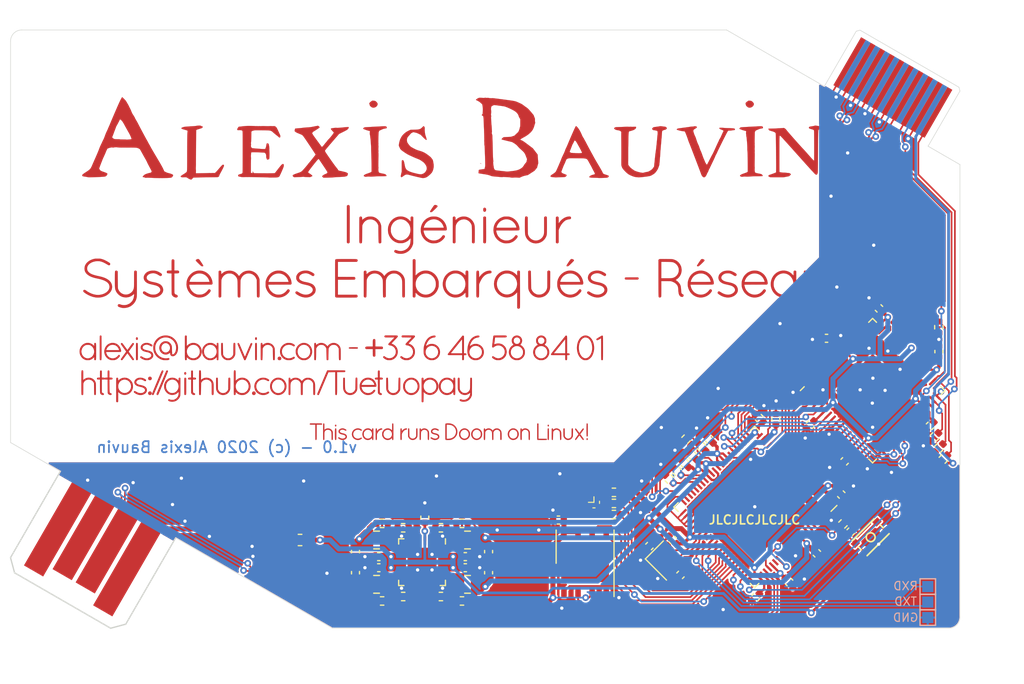
<source format=kicad_pcb>
(kicad_pcb (version 20241229) (generator "pcbnew") (generator_version "9.0")
  (layers (0 "F.Cu" signal) (2 "B.Cu" signal) (13 "F.Paste" user) (15 "B.Paste" user) (5 "F.SilkS" user "F.Silkscreen") (7 "B.SilkS" user "B.Silkscreen") (1 "F.Mask" user) (3 "B.Mask" user) (25 "Edge.Cuts" user))
  (net 0 "")
  (net 1 "Net-(U1A-HOSCO)")
  (net 2 "Net-(U1A-HOSCI)")
  (net 3 "Net-(D1-RK)")
  (net 4 "Net-(D1-GK)")
  (net 5 "Net-(D1-BK)")
  (net 6 "Net-(J2-VBUS)")
  (net 8 "Net-(U4-LX1)")
  (net 9 "Net-(U4-LX2)")
  (net 10 "Net-(U4-LX3)")
  (net 11 "Net-(U4-LX4)")
  (net 12 "Net-(U2-EXT_SWING)")
  (net 13 "Net-(U4-FB1)")
  (net 14 "Net-(U4-FB2)")
  (net 15 "/I2S_BCLK")
  (net 16 "/I2S_LRCK")
  (net 17 "Net-(U1B-SVREF)")
  (net 18 "/I2S_DO")
  (net 19 "/RXD")
  (net 20 "/TXD")
  (net 21 "Net-(U4-FB3)")
  (net 22 "Net-(U4-FB4)")
  (net 25 "/RGB_VSYNC")
  (net 26 "/RGB_HSYNC")
  (net 27 "/RGB_DE")
  (net 28 "/RGB_CLK")
  (net 29 "/RGB_D23")
  (net 30 "/RGB_D22")
  (net 31 "/RGB_D21")
  (net 32 "/RGB_D20")
  (net 33 "/RGB_D19")
  (net 34 "/RGB_D18")
  (net 35 "/RGB_D15")
  (net 36 "/RGB_D14")
  (net 37 "/RGB_D13")
  (net 38 "/RGB_D12")
  (net 39 "/RGB_D11")
  (net 40 "/RGB_D10")
  (net 41 "/RGB_D7")
  (net 42 "/RGB_D6")
  (net 43 "/RGB_D5")
  (net 44 "/RGB_D4")
  (net 45 "/RGB_D3")
  (net 46 "/RGB_D2")
  (net 53 "GND")
  (net 54 "+3V3")
  (net 55 "+1V2")
  (net 58 "/HDMI_HPD")
  (net 59 "+5V")
  (net 60 "/HDMI_SDA")
  (net 61 "/HDMI_SCL")
  (net 62 "/HDMI_CEC")
  (net 63 "/HDMI_CK_N")
  (net 64 "/HDMI_CK_P")
  (net 65 "/HDMI_D0_N")
  (net 66 "/HDMI_D0_P")
  (net 67 "/HDMI_D1_N")
  (net 68 "/HDMI_D1_P")
  (net 69 "/HDMI_D2_N")
  (net 70 "/HDMI_D2_P")
  (net 71 "/CPU_SDA")
  (net 72 "/CPU_SCL")
  (net 73 "/~{RESET}")
  (net 74 "/USB_DP")
  (net 75 "/SPI_MOSI")
  (net 76 "/SPI_MISO")
  (net 77 "/SPI_CS")
  (net 78 "/SPI_CLK")
  (net 79 "/HDMI_INT")
  (net 80 "+2V5")
  (net 81 "+1V8")
  (net 92 "/LED_B")
  (net 93 "/LED_G")
  (net 94 "/LED_R")
  (net 101 "/USB_DN")
  (footprint "hdmizness:QFN-88_EP_10x10_Pitch0.4mm" (layer "F.Cu") (at 152.682566 97.022759 -135)
    (property "Reference" "U1")
    (property "Value" "F1C100s")
  )
  (footprint "Package_DFN_QFN:QFN-64-1EP_9x9mm_P0.5mm_EP4.7x4.7mm" (layer "F.Cu") (at 163.324523 86.522223 45)
    (property "Reference" "U2")
    (property "Value" "TDA19988")
  )
  (footprint "Capacitor_SMD:C_0402_1005Metric" (layer "F.Cu") (at 159.17 81.8)
    (property "Reference" "C2")
    (property "Value" "100n")
  )
  (footprint "Capacitor_SMD:C_0402_1005Metric" (layer "F.Cu") (at 157.7 89.6 45)
    (property "Reference" "C3")
    (property "Value" "100n")
  )
  (footprint "Capacitor_SMD:C_0402_1005Metric" (layer "F.Cu") (at 160.8 92.9 45)
    (property "Reference" "C4")
    (property "Value" "100n")
  )
  (footprint "Capacitor_SMD:C_0402_1005Metric" (layer "F.Cu") (at 168.5 89.7 45)
    (property "Reference" "C5")
    (property "Value" "100n")
  )
  (footprint "Capacitor_SMD:C_0402_1005Metric" (layer "F.Cu") (at 169.3 83 -90)
    (property "Reference" "C6")
    (property "Value" "100n")
  )
  (footprint "Capacitor_SMD:C_0402_1005Metric" (layer "F.Cu") (at 163.9 79.1 -45)
    (property "Reference" "C7")
    (property "Value" "100n")
  )
  (footprint "Capacitor_SMD:C_0402_1005Metric" (layer "F.Cu") (at 135 98.2 180)
    (property "Reference" "C8")
    (property "Value" "100n")
  )
  (footprint "Capacitor_SMD:C_0402_1005Metric" (layer "F.Cu") (at 143.2 100.55 -135)
    (property "Reference" "C10")
    (property "Value" "8p")
  )
  (footprint "Capacitor_SMD:C_0402_1005Metric" (layer "F.Cu") (at 122.95 97.95 90)
    (property "Reference" "C11")
    (property "Value" "100n")
  )
  (footprint "Resistor_SMD:R_0402_1005Metric" (layer "F.Cu") (at 145.7 93.8 135)
    (property "Reference" "R1")
    (property "Value" "10k")
  )
  (footprint "Resistor_SMD:R_0402_1005Metric" (layer "F.Cu") (at 145 94.5 135)
    (property "Reference" "R2")
    (property "Value" "10k")
  )
  (footprint "Resistor_SMD:R_0402_1005Metric" (layer "F.Cu") (at 169.3 91.7 -135)
    (property "Reference" "R6")
    (property "Value" "10k")
  )
  (footprint "Resistor_SMD:R_0402_1005Metric" (layer "F.Cu") (at 169.7 92.7 -135)
    (property "Reference" "R7")
    (property "Value" "10k")
  )
  (footprint "Resistor_SMD:R_0402_1005Metric" (layer "F.Cu") (at 168.9 90.7 45)
    (property "Reference" "R10")
    (property "Value" "10k")
  )
  (footprint "Resistor_SMD:R_0402_1005Metric" (layer "F.Cu") (at 169.3 80.8 -90)
    (property "Reference" "R11")
    (property "Value" "10k")
  )
  (footprint "Resistor_SMD:R_0402_1005Metric" (layer "F.Cu") (at 160.65 98.55 45)
    (property "Reference" "R12")
    (property "Value" "10k")
  )
  (footprint "Resistor_SMD:R_0402_1005Metric" (layer "F.Cu") (at 119.1 105.5 180)
    (property "Reference" "R13")
    (property "Value" "450k")
  )
  (footprint "Package_SON:WSON-8-1EP_6x5mm_P1.27mm_EP3.4x4.3mm" (layer "F.Cu") (at 137.4 102.1 90)
    (property "Reference" "U3")
    (property "Value" "W25Q128JVPIQ")
  )
  (footprint "Capacitor_SMD:C_0402_1005Metric" (layer "F.Cu") (at 161.35 99.25 -135)
    (property "Reference" "C12")
    (property "Value" "100n")
  )
  (footprint "Capacitor_SMD:C_0402_1005Metric" (layer "F.Cu") (at 118.8 101.5 180)
    (property "Reference" "C13")
    (property "Value" "1u")
  )
  (footprint "Capacitor_SMD:C_0402_1005Metric" (layer "F.Cu") (at 116.7 102.95 -90)
    (property "Reference" "C14")
    (property "Value" "1u")
  )
  (footprint "Capacitor_SMD:C_0402_1005Metric" (layer "F.Cu") (at 153.1 89 135)
    (property "Reference" "C15")
    (property "Value" "100n")
  )
  (footprint "Capacitor_SMD:C_0402_1005Metric" (layer "F.Cu") (at 160.5 95.9 -45)
    (property "Reference" "C16")
    (property "Value" "100n")
  )
  (footprint "Capacitor_SMD:C_0402_1005Metric" (layer "F.Cu") (at 147.1 92.4 135)
    (property "Reference" "C17")
    (property "Value" "100n")
  )
  (footprint "Capacitor_SMD:C_0402_1005Metric" (layer "F.Cu") (at 154.6 89.1 90)
    (property "Reference" "C18")
    (property "Value" "100n")
  )
  (footprint "Capacitor_SMD:C_0402_1005Metric" (layer "F.Cu") (at 155.8 103.8 -45)
    (property "Reference" "C19")
    (property "Value" "100n")
  )
  (footprint "Capacitor_SMD:C_0402_1005Metric" (layer "F.Cu") (at 145.3 100 135)
    (property "Reference" "C20")
    (property "Value" "100n")
  )
  (footprint "Capacitor_SMD:C_0402_1005Metric" (layer "F.Cu") (at 118.8 102.5 180)
    (property "Reference" "C21")
    (property "Value" "1u")
  )
  (footprint "Capacitor_SMD:C_0402_1005Metric" (layer "F.Cu") (at 148.6 90.9 135)
    (property "Reference" "C22")
    (property "Value" "100n")
  )
  (footprint "Capacitor_SMD:C_0402_1005Metric" (layer "F.Cu") (at 152.775 105.175 -135)
    (property "Reference" "C23")
    (property "Value" "100n")
  )
  (footprint "Capacitor_SMD:C_0402_1005Metric" (layer "F.Cu") (at 116.7 101.05 90)
    (property "Reference" "C24")
    (property "Value" "1u")
  )
  (footprint "Capacitor_SMD:C_0402_1005Metric" (layer "F.Cu") (at 146.4 93.1 135)
    (property "Reference" "C25")
    (property "Value" "100n")
  )
  (footprint "Capacitor_SMD:C_0402_1005Metric" (layer "F.Cu") (at 158.3 101.2 -45)
    (property "Reference" "C26")
    (property "Value" "100n")
  )
  (footprint "Capacitor_SMD:C_0402_1005Metric" (layer "F.Cu") (at 126.6 101.5)
    (property "Reference" "C27")
    (property "Value" "1u")
  )
  (footprint "Capacitor_SMD:C_0402_1005Metric" (layer "F.Cu") (at 128.7 101.05 90)
    (property "Reference" "C28")
    (property "Value" "1u")
  )
  (footprint "Capacitor_SMD:C_0402_1005Metric" (layer "F.Cu") (at 126.6 102.5)
    (property "Reference" "C29")
    (property "Value" "1u")
  )
  (footprint "Capacitor_SMD:C_0402_1005Metric" (layer "F.Cu") (at 128.7 102.95 -90)
    (property "Reference" "C30")
    (property "Value" "1u")
  )
  (footprint "hdmizness:L_Vishay_IHHP-0806" (layer "F.Cu") (at 118.6 104 180)
    (property "Reference" "L1")
    (property "Value" "1u5")
  )
  (footprint "hdmizness:L_Vishay_IHHP-0806" (layer "F.Cu") (at 118.6 100 180)
    (property "Reference" "L2")
    (property "Value" "1u5")
  )
  (footprint "hdmizness:L_Vishay_IHHP-0806" (layer "F.Cu") (at 126.8 100)
    (property "Reference" "L3")
    (property "Value" "1u5")
  )
  (footprint "hdmizness:L_Vishay_IHHP-0806" (layer "F.Cu") (at 126.8 104)
    (property "Reference" "L4")
    (property "Value" "1u5")
  )
  (footprint "Resistor_SMD:R_0402_1005Metric" (layer "F.Cu") (at 121 105.1)
    (property "Reference" "R14")
    (property "Value" "100k")
  )
  (footprint "Resistor_SMD:R_0402_1005Metric" (layer "F.Cu") (at 119.1 98.5 180)
    (property "Reference" "R15")
    (property "Value" "200k")
  )
  (footprint "Resistor_SMD:R_0402_1005Metric" (layer "F.Cu") (at 121 98.9)
    (property "Reference" "R16")
    (property "Value" "100k")
  )
  (footprint "Resistor_SMD:R_0402_1005Metric" (layer "F.Cu") (at 147.9 91.6 -45)
    (property "Reference" "R17")
    (property "Value" "2k")
  )
  (footprint "Resistor_SMD:R_0402_1005Metric" (layer "F.Cu") (at 146.5 90.9 45)
    (property "Reference" "R18")
    (property "Value" "2k")
  )
  (footprint "Resistor_SMD:R_0402_1005Metric" (layer "F.Cu") (at 126.3 98.5)
    (property "Reference" "R19")
    (property "Value" "333k")
  )
  (footprint "Resistor_SMD:R_0402_1005Metric" (layer "F.Cu") (at 124.4 98.9 180)
    (property "Reference" "R20")
    (property "Value" "100k")
  )
  (footprint "Resistor_SMD:R_0402_1005Metric" (layer "F.Cu") (at 126.3 105.5)
    (property "Reference" "R21")
    (property "Value" "83k")
  )
  (footprint "Resistor_SMD:R_0402_1005Metric" (layer "F.Cu") (at 124.4 105.1 180)
    (property "Reference" "R22")
    (property "Value" "100k")
  )
  (footprint "Package_DFN_QFN:QFN-24-1EP_4x4mm_P0.5mm_EP2.6x2.6mm" (layer "F.Cu") (at 122.7 102 -90)
    (property "Reference" "U4")
    (property "Value" "EA3058")
  )
  (footprint "hdmizness:PLCC1010" (layer "F.Cu") (at 138.2 96.6 90)
    (property "Reference" "D1")
    (property "Value" "FC-B1010RGBT-HG")
  )
  (footprint "Fuse:Fuse_0603_1608Metric" (layer "F.Cu") (at 111.7 100 180)
    (property "Reference" "F1")
    (property "Value" "Fuse")
  )
  (footprint "hdmizness:USB_A_PCB" (layer "F.Cu") (at 90.29 105.46 150)
    (property "Reference" "J2")
    (property "Value" "USB_A_PCB")
    (fp_line (start 5.999999 1) (end 6 10) (stroke (width 0.12)) (layer "Edge.Cuts"))
    (fp_line (start 5 0) (end 5.999999 1) (stroke (width 0.12)) (layer "Edge.Cuts"))
    (fp_line (start -5 0) (end 5 0) (stroke (width 0.12)) (layer "Edge.Cuts"))
    (fp_line (start -5 0) (end -6 0.999999) (stroke (width 0.12)) (layer "Edge.Cuts"))
    (fp_line (start -6 0.999999) (end -6 10) (stroke (width 0.12)) (layer "Edge.Cuts"))
  )
  (footprint "Resistor_SMD:R_0402_1005Metric" (layer "F.Cu") (at 140 97.7)
    (property "Reference" "R5")
    (property "Value" "2k")
  )
  (footprint "Resistor_SMD:R_0402_1005Metric" (layer "F.Cu") (at 140 96.7)
    (property "Reference" "R8")
    (property "Value" "2k")
  )
  (footprint "Resistor_SMD:R_0402_1005Metric" (layer "F.Cu") (at 140 95.7)
    (property "Reference" "R9")
    (property "Value" "2k")
  )
  (footprint "hdmizness:1TS028A-2400-0603-CT" (layer "F.Cu") (at 163.15 99.75 45)
    (property "Reference" "SW1")
    (property "Value" "SW_Push")
  )
  (footprint "hdmizness:HDMI_A_PCB" (layer "F.Cu") (at 165.15 59.17 -30)
    (property "Reference" "J1")
    (property "Value" "HDMI_A_PCB")
    (fp_line (start -7 3) (end -5.4 3) (stroke (width 0.05)) (layer "Edge.Cuts"))
    (fp_line (start -5.4 3) (end -5.4 -2.75) (stroke (width 0.05)) (layer "Edge.Cuts"))
    (fp_line (start -5.15 -3) (end -5.4 -2.75) (stroke (width 0.05)) (layer "Edge.Cuts"))
    (fp_line (start -5.15 -3) (end 5.15 -3) (stroke (width 0.05)) (layer "Edge.Cuts"))
    (fp_line (start 5.4 3) (end 7 3) (stroke (width 0.05)) (layer "Edge.Cuts"))
    (fp_line (start 5.15 -3) (end 5.4 -2.75) (stroke (width 0.05)) (layer "Edge.Cuts"))
    (fp_line (start 5.4 -2.75) (end 5.4 3) (stroke (width 0.05)) (layer "Edge.Cuts"))
  )
  (footprint "Capacitor_SMD:C_0402_1005Metric" (layer "F.Cu") (at 146 103.15 45)
    (property "Reference" "C9")
    (property "Value" "8p")
  )
  (footprint "Crystal:Crystal_SMD_2016-4Pin_2.0x1.6mm" (layer "F.Cu") (at 144.6 101.85 -45)
    (property "Reference" "Y1")
    (property "Value" "24M")
  )
  (footprint "hdmizness:card_front" (layer "F.Cu") (at 124.6 78.1)
    (property "Reference" "Ref**" (hide yes))
    (property "Value" "Val**" (hide yes))
  )
  (footprint "TestPoint:TestPoint_Pad_1.0x1.0mm" (layer "B.Cu") (at 168.3 104.2)
    (property "Reference" "TP1")
    (property "Value" "RXD")
  )
  (footprint "TestPoint:TestPoint_Pad_1.0x1.0mm" (layer "B.Cu") (at 168.3 105.6)
    (property "Reference" "TP2")
    (property "Value" "TXD")
  )
  (footprint "TestPoint:TestPoint_Pad_1.0x1.0mm" (layer "B.Cu") (at 168.3 107)
    (property "Reference" "TP3")
    (property "Value" "GND")
  )
  (gr_line (start 100.486152 99.799746) (end 114.620129 107.96) (stroke (width 0.05)) (layer "Edge.Cuts"))
  (gr_line (start 171.2 66.127071) (end 169.712178 65.268076) (stroke (width 0.05)) (layer "Edge.Cuts"))
  (gr_line (start 85.6 91.205222) (end 85.599999 54.98) (stroke (width 0.05)) (layer "Edge.Cuts"))
  (gr_arc (start 85.599999 54.98) (mid 85.892892 54.272893) (end 86.599999 53.98) (stroke (width 0.05)) (layer "Edge.Cuts"))
  (gr_line (start 86.599999 53.98) (end 150.160656 53.98) (stroke (width 0.05)) (layer "Edge.Cuts"))
  (gr_line (start 150.160656 53.98) (end 157.587822 58.268076) (stroke (width 0.05)) (layer "Edge.Cuts"))
  (gr_line (start 171.2 66.127071) (end 171.2 106.96) (stroke (width 0.05)) (layer "Edge.Cuts"))
  (gr_arc (start 171.2 106.96) (mid 170.907107 107.667107) (end 170.2 107.96) (stroke (width 0.05)) (layer "Edge.Cuts"))
  (gr_line (start 85.6 91.205222) (end 90.093848 93.799746) (stroke (width 0.05)) (layer "Edge.Cuts"))
  (gr_line (start 170.2 107.96) (end 114.620129 107.96) (stroke (width 0.05)) (layer "Edge.Cuts"))
  (gr_text "le" (at 101.825 91.625 0) (layer "B.Cu") (effects (font (size 1 1)) (justify mirror)))
  (gr_text "xis" (at 100.1 91.625 0) (layer "B.Cu") (effects (font (size 1 1)) (justify mirror)))
  (gr_text "Ba" (at 97.325 91.625 0) (layer "B.Cu") (effects (font (size 1 1)) (justify mirror)))
  (gr_text "u" (at 95.925 91.625 0) (layer "B.Cu") (effects (font (size 1 1)) (justify mirror)))
  (gr_text "vi" (at 94.85 91.625 0) (layer "B.Cu") (effects (font (size 1 1)) (justify mirror)))
  (gr_text "n" (at 93.8 91.625 0) (layer "B.Cu") (effects (font (size 1 1)) (justify mirror)))
  (gr_text "A" (at 102.95 91.625 0) (layer "B.Cu") (effects (font (size 1 1)) (justify mirror)))
  (gr_text "v1.0 - (c) 2020" (at 104.075 91.625 0) (layer "B.Cu") (effects (font (size 1 1)) (justify right mirror)))
  (gr_text "JLCJLCJLCJLC" (at 152.68 98.18 0) (layer "F.SilkS") (effects (font (size 0.8 0.8))))
  (segment (start 145.483883 101.956066) (end 145.484888 101.956066) (width 0.15) (layer "F.Cu") (net 1))
  (segment (start 145.484888 101.956066) (end 146.339411 102.810589) (width 0.15) (layer "F.Cu") (net 1))
  (segment (start 145.9 101.539949) (end 145.483883 101.956066) (width 0.15) (layer "F.Cu") (net 1))
  (segment (start 148.263149 99.462277) (end 147.7 100.025426) (width 0.15) (layer "F.Cu") (net 1))
  (segment (start 147 100.9) (end 146.988939 100.9) (width 0.15) (layer "F.Cu") (net 1))
  (segment (start 146.988939 100.9) (end 146.665305 101.223634) (width 0.15) (layer "F.Cu") (net 1))
  (segment (start 146.216315 101.223634) (end 145.9 101.539949) (width 0.15) (layer "F.Cu") (net 1))
  (segment (start 147.7 100.025426) (end 147.7 100.2) (width 0.15) (layer "F.Cu") (net 1))
  (segment (start 147.7 100.2) (end 147 100.9) (width 0.15) (layer "F.Cu") (net 1))
  (segment (start 146.665305 101.223634) (end 146.216315 101.223634) (width 0.15) (layer "F.Cu") (net 1))
  (segment (start 142.860589 100.889411) (end 142.861594 100.889411) (width 0.15) (layer "F.Cu") (net 2))
  (segment (start 142.861594 100.889411) (end 143.716117 101.743934) (width 0.15) (layer "F.Cu") (net 2))
  (segment (start 147.4 100.064661) (end 147.4 99.759741) (width 0.15) (layer "F.Cu") (net 2))
  (segment (start 144.693171 101.792168) (end 145.561715 100.923624) (width 0.15) (layer "F.Cu") (net 2))
  (segment (start 146.541037 100.923624) (end 147.4 100.064661) (width 0.15) (layer "F.Cu") (net 2))
  (segment (start 147.4 99.759741) (end 147.980306 99.179435) (width 0.15) (layer "F.Cu") (net 2))
  (segment (start 143.764351 101.792168) (end 144.693171 101.792168) (width 0.15) (layer "F.Cu") (net 2))
  (segment (start 145.561715 100.923624) (end 146.541037 100.923624) (width 0.15) (layer "F.Cu") (net 2))
  (segment (start 143.716117 101.743934) (end 143.764351 101.792168) (width 0.15) (layer "F.Cu") (net 2))
  (segment (start 138.975 96.215) (end 139.49 95.7) (width 0.15) (layer "F.Cu") (net 3))
  (segment (start 138.585 96.215) (end 138.975 96.215) (width 0.15) (layer "F.Cu") (net 3))
  (segment (start 138.865 96.985) (end 139.15 96.7) (width 0.15) (layer "F.Cu") (net 4))
  (segment (start 139.15 96.7) (end 139.49 96.7) (width 0.15) (layer "F.Cu") (net 4))
  (segment (start 138.585 96.985) (end 138.865 96.985) (width 0.15) (layer "F.Cu") (net 4))
  (segment (start 138.155 97.7) (end 139.49 97.7) (width 0.15) (layer "F.Cu") (net 5))
  (segment (start 137.815 97.36) (end 138.155 97.7) (width 0.15) (layer "F.Cu") (net 5))
  (segment (start 137.815 96.985) (end 137.815 97.36) (width 0.15) (layer "F.Cu") (net 5))
  (segment (start 98 100) (end 99 99) (width 0.45) (layer "F.Cu") (net 6))
  (segment (start 99 99) (end 108 99) (width 0.45) (layer "F.Cu") (net 6))
  (segment (start 96.157691 102.49686) (end 96.157691 102.39586) (width 0.45) (layer "F.Cu") (net 6))
  (segment (start 96.157691 102.39586) (end 98 100.553551) (width 0.45) (layer "F.Cu") (net 6))
  (segment (start 98 100.553551) (end 98 100) (width 0.45) (layer "F.Cu") (net 6))
  (segment (start 108 99) (end 109 100) (width 0.45) (layer "F.Cu") (net 6))
  (segment (start 109 100) (end 110.9125 100) (width 0.45) (layer "F.Cu") (net 6))
  (segment (start 168.742729 85.700211) (end 169.24294 85.2) (width 0.15) (layer "F.Cu") (net 12))
  (segment (start 169.84501 84.75499) (end 169.84501 80.83501) (width 0.15) (layer "F.Cu") (net 12))
  (segment (start 169.24294 85.2) (end 169.4 85.2) (width 0.15) (layer "F.Cu") (net 12))
  (segment (start 169.4 85.2) (end 169.84501 84.75499) (width 0.15) (layer "F.Cu") (net 12))
  (segment (start 169.84501 80.83501) (end 169.3 80.29) (width 0.15) (layer "F.Cu") (net 12))
  (segment (start 119.61 105.5) (end 120.060868 105.5) (width 0.15) (layer "F.Cu") (net 13))
  (segment (start 121.51 105.1) (end 121.95 104.66) (width 0.15) (layer "F.Cu") (net 13))
  (segment (start 121.95 104.66) (end 121.95 103.9375) (width 0.15) (layer "F.Cu") (net 13))
  (segment (start 120.205878 105.64501) (end 120.96499 105.64501) (width 0.15) (layer "F.Cu") (net 13))
  (segment (start 120.060868 105.5) (end 120.205878 105.64501) (width 0.15) (layer "F.Cu") (net 13))
  (segment (start 120.96499 105.64501) (end 121.51 105.1) (width 0.15) (layer "F.Cu") (net 13))
  (segment (start 120.96499 98.35499) (end 121.51 98.9) (width 0.15) (layer "F.Cu") (net 14))
  (segment (start 121.95 99.34) (end 121.95 100.0625) (width 0.15) (layer "F.Cu") (net 14))
  (segment (start 121.51 98.9) (end 121.95 99.34) (width 0.15) (layer "F.Cu") (net 14))
  (segment (start 120.205878 98.35499) (end 120.96499 98.35499) (width 0.15) (layer "F.Cu") (net 14))
  (segment (start 120.060868 98.5) (end 120.205878 98.35499) (width 0.15) (layer "F.Cu") (net 14))
  (segment (start 119.61 98.5) (end 120.060868 98.5) (width 0.15) (layer "F.Cu") (net 14))
  (segment (start 165.914302 90.172662) (end 166.749996 91.008356) (width 0.15) (layer "F.Cu") (net 15))
  (segment (start 152.222947 103.422075) (end 152.475 103.674128) (width 0.15) (layer "F.Cu") (net 15))
  (segment (start 166.749996 94.70001) (end 164.625 96.825006) (width 0.15) (layer "F.Cu") (net 15))
  (segment (start 166.749996 91.008356) (end 166.749996 94.70001) (width 0.15) (layer "F.Cu") (net 15))
  (segment (start 164.625 96.825006) (end 164.624987 96.825006) (width 0.15) (layer "F.Cu") (net 15))
  (segment (start 152.475 104.225) (end 152.2 104.5) (width 0.15) (layer "F.Cu") (net 15))
  (segment (start 152.475 103.674128) (end 152.475 104.225) (width 0.15) (layer "F.Cu") (net 15))
  (via (at 164.624987 96.825006) (size 0.6) (drill 0.3) (layers "F.Cu" "B.Cu") (net 15))
  (via (at 152.2 104.5) (size 0.6) (drill 0.3) (layers "F.Cu" "B.Cu") (net 15))
  (segment (start 156.95 104.5) (end 164.624987 96.825013) (width 0.15) (layer "B.Cu") (net 15))
  (segment (start 152.2 104.5) (end 156.95 104.5) (width 0.15) (layer "B.Cu") (net 15))
  (segment (start 164.624987 96.825013) (end 164.624987 96.825006) (width 0.15) (layer "B.Cu") (net 15))
  (segment (start 151.399996 103.679341) (end 151.399996 104.2) (width 0.15) (layer "F.Cu") (net 16))
  (segment (start 167.050007 90.60126) (end 167.050007 95.174987) (width 0.15) (layer "F.Cu") (net 16))
  (segment (start 166.267855 89.819108) (end 167.050007 90.60126) (width 0.15) (layer "F.Cu") (net 16))
  (segment (start 151.940104 103.139233) (end 151.399996 103.679341) (width 0.15) (layer "F.Cu") (net 16))
  (segment (start 167.050007 95.174987) (end 165.399994 96.825) (width 0.15) (layer "F.Cu") (net 16))
  (via (at 165.399994 96.825) (size 0.6) (drill 0.3) (layers "F.Cu" "B.Cu") (net 16))
  (via (at 151.399996 104.2) (size 0.6) (drill 0.3) (layers "F.Cu" "B.Cu") (net 16))
  (segment (start 157.175027 105.049967) (end 151.924967 105.049967) (width 0.15) (layer "B.Cu") (net 16))
  (segment (start 165.399994 96.825) (end 157.175027 105.049967) (width 0.15) (layer "B.Cu") (net 16))
  (segment (start 151.399996 104.524996) (end 151.399996 104.2) (width 0.15) (layer "B.Cu") (net 16))
  (segment (start 151.924967 105.049967) (end 151.399996 104.524996) (width 0.15) (layer "B.Cu") (net 16))
  (segment (start 146.860624 90.539376) (end 146.860624 90.560624) (width 0.15) (layer "F.Cu") (net 17))
  (segment (start 147.539376 92.010138) (end 148.114619 92.585381) (width 0.15) (layer "F.Cu") (net 17))
  (segment (start 147.539376 91.239376) (end 147.539376 92.010138) (width 0.15) (layer "F.Cu") (net 17))
  (segment (start 148.52803 92.585381) (end 149.394519 93.45187) (width 0.15) (layer "F.Cu") (net 17))
  (segment (start 146.860624 90.560624) (end 147.539376 91.239376) (width 0.15) (layer "F.Cu") (net 17))
  (segment (start 148.114619 92.585381) (end 148.52803 92.585381) (width 0.15) (layer "F.Cu") (net 17))
  (segment (start 167.350018 90.194165) (end 167.350018 95.649982) (width 0.15) (layer "F.Cu") (net 18))
  (segment (start 166.621408 89.465555) (end 167.350018 90.194165) (width 0.15) (layer "F.Cu") (net 18))
  (segment (start 150.775 103.172965) (end 150.775 103.6) (width 0.15) (layer "F.Cu") (net 18))
  (segment (start 167.350018 95.649982) (end 165.4 97.6) (width 0.15) (layer "F.Cu") (net 18))
  (segment (start 151.374418 102.573547) (end 150.775 103.172965) (width 0.15) (layer "F.Cu") (net 18))
  (via (at 150.775 103.6) (size 0.6) (drill 0.3) (layers "F.Cu" "B.Cu") (net 18))
  (via (at 165.4 97.6) (size 0.6) (drill 0.3) (layers "F.Cu" "B.Cu") (net 18))
  (segment (start 150.775 104.326444) (end 150.775 103.6) (width 0.15) (layer "B.Cu") (net 18))
  (segment (start 151.798534 105.349978) (end 150.775 104.326444) (width 0.15) (layer "B.Cu") (net 18))
  (segment (start 165.4 97.6) (end 157.650022 105.349978) (width 0.15) (layer "B.Cu") (net 18))
  (segment (start 157.650022 105.349978) (end 151.798534 105.349978) (width 0.15) (layer "B.Cu") (net 18))
  (segment (start 148.500012 101.488155) (end 148.500012 101.875) (width 0.15) (layer "F.Cu") (net 19))
  (segment (start 149.394519 100.593648) (end 148.500012 101.488155) (width 0.15) (layer "F.Cu") (net 19))
  (via (at 148.500012 101.875) (size 0.6) (drill 0.3) (layers "F.Cu" "B.Cu") (net 19))
  (segment (start 167.325 104.2) (end 165.875011 105.649989) (width 0.15) (layer "B.Cu") (net 19))
  (segment (start 151.674267 105.649989) (end 148.500012 102.475734) (width 0.15) (layer "B.Cu") (net 19))
  (segment (start 165.875011 105.649989) (end 151.674267 105.649989) (width 0.15) (layer "B.Cu") (net 19))
  (segment (start 148.500012 102.475734) (end 148.500012 101.875) (width 0.15) (layer "B.Cu") (net 19))
  (segment (start 168.3 104.2) (end 167.325 104.2) (width 0.15) (layer "B.Cu") (net 19))
  (segment (start 147.425 101.431797) (end 147.425 101.875) (width 0.15) (layer "F.Cu") (net 20))
  (segment (start 148.828834 100.027963) (end 147.425 101.431797) (width 0.15) (layer "F.Cu") (net 20))
  (via (at 147.425 101.875) (size 0.6) (drill 0.3) (layers "F.Cu" "B.Cu") (net 20))
  (segment (start 151.5 105.95) (end 147.425 101.875) (width 0.15) (layer "B.Cu") (net 20))
  (segment (start 168.3 105.6) (end 167.95 105.95) (width 0.15) (layer "B.Cu") (net 20))
  (segment (start 167.95 105.95) (end 151.5 105.95) (width 0.15) (layer "B.Cu") (net 20))
  (segment (start 123.45 99.34) (end 123.45 100.0625) (width 0.15) (layer "F.Cu") (net 21))
  (segment (start 125.79 98.5) (end 125.339132 98.5) (width 0.15) (layer "F.Cu") (net 21))
  (segment (start 123.89 98.9) (end 123.45 99.34) (width 0.15) (layer "F.Cu") (net 21))
  (segment (start 125.339132 98.5) (end 125.194122 98.35499) (width 0.15) (layer "F.Cu") (net 21))
  (segment (start 125.194122 98.35499) (end 124.43501 98.35499) (width 0.15) (layer "F.Cu") (net 21))
  (segment (start 124.43501 98.35499) (end 123.89 98.9) (width 0.15) (layer "F.Cu") (net 21))
  (segment (start 125.194122 105.64501) (end 124.43501 105.64501) (width 0.15) (layer "F.Cu") (net 22))
  (segment (start 125.79 105.5) (end 125.339132 105.5) (width 0.15) (layer "F.Cu") (net 22))
  (segment (start 125.339132 105.5) (end 125.194122 105.64501) (width 0.15) (layer "F.Cu") (net 22))
  (segment (start 123.89 105.1) (end 122.75 105.1) (width 0.15) (layer "F.Cu") (net 22))
  (segment (start 124.43501 105.64501) (end 123.89 105.1) (width 0.15) (layer "F.Cu") (net 22))
  (segment (start 122.45 104.8) (end 122.45 103.9375) (width 0.15) (layer "F.Cu") (net 22))
  (segment (start 122.75 105.1) (end 122.45 104.8) (width 0.15) (layer "F.Cu") (net 22))
  (segment (start 165.65 91.897998) (end 165.65 91.322574) (width 0.15) (layer "F.Cu") (net 25))
  (segment (start 165.65 91.322574) (end 165.207195 90.879769) (width 0.15) (layer "F.Cu") (net 25))
  (segment (start 150.52589 92.320499) (end 150.786255 92.580864) (width 0.15) (layer "F.Cu") (net 25))
  (segment (start 151.369136 92.580864) (end 152.2 91.75) (width 0.15) (layer "F.Cu") (net 25))
  (segment (start 150.786255 92.580864) (end 151.369136 92.580864) (width 0.15) (layer "F.Cu") (net 25))
  (segment (start 152.95 91.75) (end 153.25 92.05) (width 0.15) (layer "F.Cu") (net 25))
  (segment (start 166.05 93.1) (end 166.05 92.297998) (width 0.15) (layer "F.Cu") (net 25))
  (segment (start 166.05 92.297998) (end 165.65 91.897998) (width 0.15) (layer "F.Cu") (net 25))
  (segment (start 152.2 91.75) (end 152.95 91.75) (width 0.15) (layer "F.Cu") (net 25))
  (via (at 153.25 92.05) (size 0.6) (drill 0.3) (layers "F.Cu" "B.Cu") (net 25))
  (via (at 166.05 93.1) (size 0.6) (drill 0.3) (layers "F.Cu" "B.Cu") (net 25))
  (segment (start 164.873731 93.100011) (end 166.049989 93.100011) (width 0.15) (layer "B.Cu") (net 25))
  (segment (start 166.04999 93.10001) (end 166.05 93.1) (width 0.15) (layer "B.Cu") (net 25))
  (segment (start 158.474981 90.050019) (end 158.6 89.925) (width 0.15) (layer "B.Cu") (net 25))
  (segment (start 160.449442 89.925) (end 163.399462 92.87502) (width 0.15) (layer "B.Cu") (net 25))
  (segment (start 155.447203 90.050019) (end 158.474981 90.050019) (width 0.15) (layer "B.Cu") (net 25))
  (segment (start 166.049989 93.100011) (end 166.05 93.1) (width 0.15) (layer "B.Cu") (net 25))
  (segment (start 164.64874 92.87502) (end 164.873731 93.100011) (width 0.15) (layer "B.Cu") (net 25))
  (segment (start 153.25 92.05) (end 153.64999 91.65001) (width 0.15) (layer "B.Cu") (net 25))
  (segment (start 153.64999 91.65001) (end 153.847212 91.65001) (width 0.15) (layer "B.Cu") (net 25))
  (segment (start 158.6 89.925) (end 160.449442 89.925) (width 0.15) (layer "B.Cu") (net 25))
  (segment (start 153.847212 91.65001) (end 155.447203 90.050019) (width 0.15) (layer "B.Cu") (net 25))
  (segment (start 163.399462 92.87502) (end 164.64874 92.87502) (width 0.15) (layer "B.Cu") (net 25))
  (segment (start 150.808733 92.037656) (end 150.321077 91.55) (width 0.15) (layer "F.Cu") (net 26))
  (segment (start 165.560748 90.526215) (end 166.224986 91.190453) (width 0.15) (layer "F.Cu") (net 26))
  (segment (start 150.321077 91.55) (end 149.95 91.55) (width 0.15) (layer "F.Cu") (net 26))
  (segment (start 166.224986 91.190453) (end 166.224986 91.5) (width 0.15) (layer "F.Cu") (net 26))
  (via (at 149.95 91.55) (size 0.6) (drill 0.3) (layers "F.Cu" "B.Cu") (net 26))
  (via (at 166.224986 91.5) (size 0.6) (drill 0.3) (layers "F.Cu" "B.Cu") (net 26))
  (segment (start 166.224986 92.125014) (end 166.224986 91.5) (width 0.15) (layer "B.Cu") (net 26))
  (segment (start 158.349991 89.750009) (end 158.475 89.625) (width 0.15) (layer "B.Cu") (net 26))
  (segment (start 158.475 89.625) (end 160.57372 89.625) (width 0.15) (layer "B.Cu") (net 26))
  (segment (start 163.52373 92.57501) (end 164.773008 92.57501) (width 0.15) (layer "B.Cu") (net 26))
  (segment (start 160.57372 89.625) (end 163.52373 92.57501) (width 0.15) (layer "B.Cu") (net 26))
  (segment (start 157.000009 89.750009) (end 158.349991 89.750009) (width 0.15) (layer "B.Cu") (net 26))
  (segment (start 156.95 89.7) (end 157.000009 89.750009) (width 0.15) (layer "B.Cu") (net 26))
  (segment (start 165.549999 92.800001) (end 166.224986 92.125014) (width 0.15) (layer "B.Cu") (net 26))
  (segment (start 164.773008 92.57501) (end 164.997999 92.800001) (width 0.15) (layer "B.Cu") (net 26))
  (segment (start 156.95 89.7) (end 152.522978 89.7) (width 0.15) (layer "B.Cu") (net 26))
  (segment (start 152.522978 89.7) (end 150.672978 91.55) (width 0.15) (layer "B.Cu") (net 26))
  (segment (start 164.997999 92.800001) (end 165.549999 92.800001) (width 0.15) (layer "B.Cu") (net 26))
  (segment (start 156.95 89.7) (end 157.00001 89.75001) (width 0.15) (layer "B.Cu") (net 26))
  (segment (start 150.672978 91.55) (end 149.95 91.55) (width 0.15) (layer "B.Cu") (net 26))
  (segment (start 151.091576 91.754813) (end 150.086763 90.75) (width 0.15) (layer "F.Cu") (net 27))
  (segment (start 165.25 92.275) (end 165.25 91.629681) (width 0.15) (layer "F.Cu") (net 27))
  (segment (start 165.25 91.629681) (end 164.853641 91.233322) (width 0.15) (layer "F.Cu") (net 27))
  (segment (start 150.086763 90.75) (end 149.9 90.75) (width 0.15) (layer "F.Cu") (net 27))
  (via (at 165.25 92.275) (size 0.6) (drill 0.3) (layers "F.Cu" "B.Cu") (net 27))
  (via (at 149.9 90.75) (size 0.6) (drill 0.3) (layers "F.Cu" "B.Cu") (net 27))
  (segment (start 157.074269 89.399991) (end 157.124278 89.45) (width 0.15) (layer "B.Cu") (net 27))
  (segment (start 158.35002 89.32498) (end 160.697978 89.32498) (width 0.15) (layer "B.Cu") (net 27))
  (segment (start 157.149999 89.449999) (end 158.225001 89.449999) (width 0.15) (layer "B.Cu") (net 27))
  (segment (start 158.225001 89.449999) (end 158.35002 89.32498) (width 0.15) (layer "B.Cu") (net 27))
  (segment (start 150.272998 90.75) (end 150.397999 90.875001) (width 0.15) (layer "B.Cu") (net 27))
  (segment (start 150.397999 90.875001) (end 150.923699 90.875001) (width 0.15) (layer "B.Cu") (net 27))
  (segment (start 149.9 90.75) (end 150.272998 90.75) (width 0.15) (layer "B.Cu") (net 27))
  (segment (start 163.647998 92.275) (end 165.25 92.275) (width 0.15) (layer "B.Cu") (net 27))
  (segment (start 157.074269 89.399991) (end 157.099991 89.399991) (width 0.15) (layer "B.Cu") (net 27))
  (segment (start 160.697978 89.32498) (end 163.647998 92.275) (width 0.15) (layer "B.Cu") (net 27))
  (segment (start 157.099991 89.399991) (end 157.149999 89.449999) (width 0.15) (layer "B.Cu") (net 27))
  (segment (start 152.39871 89.39999) (end 157.074269 89.399991) (width 0.15) (layer "B.Cu") (net 27))
  (segment (start 150.923699 90.875001) (end 152.39871 89.39999) (width 0.15) (layer "B.Cu") (net 27))
  (segment (start 157.988389 88.676376) (end 157.524124 88.676376) (width 0.15) (layer "F.Cu") (net 28))
  (segment (start 158.613424 88.051341) (end 157.988389 88.676376) (width 0.15) (layer "F.Cu") (net 28))
  (segment (start 157.524124 88.676376) (end 157.300248 88.900252) (width 0.15) (layer "F.Cu") (net 28))
  (segment (start 151.374418 91.471971) (end 150.65 90.747553) (width 0.15) (layer "F.Cu") (net 28))
  (segment (start 150.65 90.747553) (end 150.65 90.35) (width 0.15) (layer "F.Cu") (net 28))
  (via (at 157.300248 88.900252) (size 0.6) (drill 0.3) (layers "F.Cu" "B.Cu") (net 28))
  (via (at 150.65 90.35) (size 0.6) (drill 0.3) (layers "F.Cu" "B.Cu") (net 28))
  (segment (start 151.925 89.075) (end 150.65 90.35) (width 0.15) (layer "B.Cu") (net 28))
  (segment (start 157.1255 89.075) (end 151.925 89.075) (width 0.15) (layer "B.Cu") (net 28))
  (segment (start 157.300248 88.900252) (end 157.1255 89.075) (width 0.15) (layer "B.Cu") (net 28))
  (segment (start 151.657261 91.189128) (end 151.199978 90.731845) (width 0.15) (layer "F.Cu") (net 29))
  (segment (start 151.199978 90.731845) (end 151.199978 88.574462) (width 0.15) (layer "F.Cu") (net 29))
  (segment (start 151.199978 88.574462) (end 157.174451 82.599989) (width 0.15) (layer "F.Cu") (net 29))
  (segment (start 159.755843 82.59999) (end 160.381191 83.225338) (width 0.15) (layer "F.Cu") (net 29))
  (segment (start 157.174451 82.599989) (end 159.755843 82.59999) (width 0.15) (layer "F.Cu") (net 29))
  (segment (start 151.499989 90.46617) (end 151.499989 88.69873) (width 0.15) (layer "F.Cu") (net 30))
  (segment (start 159.348747 82.9) (end 160.027638 83.578891) (width 0.15) (layer "F.Cu") (net 30))
  (segment (start 157.298719 82.9) (end 159.348747 82.9) (width 0.15) (layer "F.Cu") (net 30))
  (segment (start 151.499989 88.69873) (end 157.298719 82.9) (width 0.15) (layer "F.Cu") (net 30))
  (segment (start 151.940104 90.906285) (end 151.499989 90.46617) (width 0.15) (layer "F.Cu") (net 30))
  (segment (start 153.746367 87.049371) (end 157.495737 83.3) (width 0.15) (layer "F.Cu") (net 31))
  (segment (start 153.573627 87.049371) (end 153.746367 87.049371) (width 0.15) (layer "F.Cu") (net 31))
  (segment (start 151.8 88.822998) (end 153.573627 87.049371) (width 0.15) (layer "F.Cu") (net 31))
  (segment (start 151.8 90.200496) (end 151.8 88.822998) (width 0.15) (layer "F.Cu") (net 31))
  (segment (start 157.495737 83.3) (end 159.04164 83.3) (width 0.15) (layer "F.Cu") (net 31))
  (segment (start 159.04164 83.3) (end 159.674084 83.932444) (width 0.15) (layer "F.Cu") (net 31))
  (segment (start 152.222947 90.623443) (end 151.8 90.200496) (width 0.15) (layer "F.Cu") (net 31))
  (segment (start 157.620015 83.6) (end 158.634533 83.6) (width 0.15) (layer "F.Cu") (net 32))
  (segment (start 153.9 90.006204) (end 154.06499 89.841214) (width 0.15) (layer "F.Cu") (net 32))
  (segment (start 154.06499 89.841214) (end 154.06499 87.155025) (width 0.15) (layer "F.Cu") (net 32))
  (segment (start 154.06499 87.155025) (end 157.620015 83.6) (width 0.15) (layer "F.Cu") (net 32))
  (segment (start 153.9 90.431313) (end 153.9 90.006204) (width 0.15) (layer "F.Cu") (net 32))
  (segment (start 153.425028 90.906285) (end 153.9 90.431313) (width 0.15) (layer "F.Cu") (net 32))
  (segment (start 158.634533 83.6) (end 159.320531 84.285998) (width 0.15) (layer "F.Cu") (net 32))
  (segment (start 155.178691 86.465602) (end 157.578757 84.065538) (width 0.15) (layer "F.Cu") (net 33))
  (segment (start 157.578757 84.065538) (end 158.392964 84.065538) (width 0.15) (layer "F.Cu") (net 33))
  (segment (start 155.178691 90.283993) (end 155.178691 86.465602) (width 0.15) (layer "F.Cu") (net 33))
  (segment (start 153.990713 91.471971) (end 155.178691 90.283993) (width 0.15) (layer "F.Cu") (net 33))
  (segment (start 158.392964 84.065538) (end 158.966977 84.639551) (width 0.15) (layer "F.Cu") (net 33))
  (segment (start 157.985867 84.365548) (end 158.613424 84.993105) (width 0.15) (layer "F.Cu") (net 34))
  (segment (start 155.478701 86.589871) (end 157.703024 84.365548) (width 0.15) (layer "F.Cu") (net 34))
  (segment (start 157.703024 84.365548) (end 157.985867 84.365548) (width 0.15) (layer "F.Cu") (net 34))
  (segment (start 154.273556 91.754813) (end 155.478701 90.549669) (width 0.15) (layer "F.Cu") (net 34))
  (segment (start 155.478701 90.549669) (end 155.478701 86.589871) (width 0.15) (layer "F.Cu") (net 34))
  (segment (start 155.778711 87.827818) (end 157.552764 86.053765) (width 0.15) (layer "F.Cu") (net 35))
  (segment (start 155.778711 90.815344) (end 155.778711 87.827818) (width 0.15) (layer "F.Cu") (net 35))
  (segment (start 154.556399 92.037656) (end 155.778711 90.815344) (width 0.15) (layer "F.Cu") (net 35))
  (segment (start 154.839242 92.320499) (end 156.078721 91.08102) (width 0.15) (layer "F.Cu") (net 36))
  (segment (start 156.078721 91.08102) (end 156.078721 88.464725) (width 0.15) (layer "F.Cu") (net 36))
  (segment (start 156.078721 88.464725) (end 157.552764 86.990681) (width 0.15) (layer "F.Cu") (net 36))
  (segment (start 157.300563 87.949989) (end 157.906317 87.344235) (width 0.15) (layer "F.Cu") (net 37))
  (segment (start 155.122084 92.603342) (end 156.378729 91.346697) (width 0.15) (layer "F.Cu") (net 37))
  (segment (start 156.378729 91.346697) (end 156.378729 88.62049) (width 0.15) (layer "F.Cu") (net 37))
  (segment (start 156.378729 88.62049) (end 157.04923 87.949989) (width 0.15) (layer "F.Cu") (net 37))
  (segment (start 157.04923 87.949989) (end 157.300563 87.949989) (width 0.15) (layer "F.Cu") (net 37))
  (segment (start 157.173498 88.25) (end 157.707659 88.25) (width 0.15) (layer "F.Cu") (net 38))
  (segment (start 155.404927 92.886184) (end 156.67874 91.612371) (width 0.15) (layer "F.Cu") (net 38))
  (segment (start 156.67874 88.744758) (end 157.173498 88.25) (width 0.15) (layer "F.Cu") (net 38))
  (segment (start 157.707659 88.25) (end 158.259871 87.697788) (width 0.15) (layer "F.Cu") (net 38))
  (segment (start 156.67874 91.612371) (end 156.67874 88.744758) (width 0.15) (layer "F.Cu") (net 38))
  (segment (start 158.25 90.606797) (end 158.25 89.828979) (width 0.15) (layer "F.Cu") (net 39))
  (segment (start 155.68777 93.169027) (end 158.25 90.606797) (width 0.15) (layer "F.Cu") (net 39))
  (segment (start 158.25 89.828979) (end 159.320531 88.758448) (width 0.15) (layer "F.Cu") (net 39))
  (segment (start 158.550011 90.872471) (end 158.550011 90.236075) (width 0.15) (layer "F.Cu") (net 40))
  (segment (start 155.970612 93.45187) (end 158.550011 90.872471) (width 0.15) (layer "F.Cu") (net 40))
  (segment (start 158.550011 90.236075) (end 159.674084 89.112002) (width 0.15) (layer "F.Cu") (net 40))
  (segment (start 156.253455 93.734712) (end 158.8382 91.149967) (width 0.15) (layer "F.Cu") (net 41))
  (segment (start 159.757439 91.149967) (end 160.734744 90.172662) (width 0.15) (layer "F.Cu") (net 41))
  (segment (start 158.8382 91.149967) (end 159.757439 91.149967) (width 0.15) (layer "F.Cu") (net 41))
  (segment (start 156.536298 94.017555) (end 159.103875 91.449978) (width 0.15) (layer "F.Cu") (net 42))
  (segment (start 159.103875 91.449978) (end 160.164535 91.449978) (width 0.15) (layer "F.Cu") (net 42))
  (segment (start 160.164535 91.449978) (end 161.088298 90.526215) (width 0.15) (layer "F.Cu") (net 42))
  (segment (start 160.571631 91.749989) (end 161.441851 90.879769) (width 0.15) (layer "F.Cu") (net 43))
  (segment (start 159.36955 91.749989) (end 160.571631 91.749989) (width 0.15) (layer "F.Cu") (net 43))
  (segment (start 156.819141 94.300398) (end 159.36955 91.749989) (width 0.15) (layer "F.Cu") (net 43))
  (segment (start 161.328727 91.7) (end 161.795405 91.233322) (width 0.15) (layer "F.Cu") (net 44))
  (segment (start 160.85 92.05) (end 161.2 91.7) (width 0.15) (layer "F.Cu") (net 44))
  (segment (start 157.101983 94.583241) (end 159.635224 92.05) (width 0.15) (layer "F.Cu") (net 44))
  (segment (start 161.2 91.7) (end 161.328727 91.7) (width 0.15) (layer "F.Cu") (net 44))
  (segment (start 159.635224 92.05) (end 160.85 92.05) (width 0.15) (layer "F.Cu") (net 44))
  (segment (start 158.150909 94.1) (end 160.5 94.1) (width 0.15) (layer "F.Cu") (net 45))
  (segment (start 160.5 94.1) (end 162 92.6) (width 0.15) (layer "F.Cu") (net 45))
  (segment (start 162 92.6) (end 162 92.44294) (width 0.15) (layer "F.Cu") (net 45))
  (segment (start 162 92.44294) (end 162.502511 91.940429) (width 0.15) (layer "F.Cu") (net 45))
  (segment (start 157.384826 94.866083) (end 158.150909 94.1) (width 0.15) (layer "F.Cu") (net 45))
  (segment (start 158.416584 94.400011) (end 160.750036 94.400011) (width 0.15) (layer "F.Cu") (net 46))
  (segment (start 157.667669 95.148926) (end 158.416584 94.400011) (width 0.15) (layer "F.Cu") (net 46))
  (segment (start 160.750036 94.400011) (end 162.856065 92.293982) (width 0.15) (layer "F.Cu") (net 46))
  (segment (start 146.318205 98.581795) (end 146.005705 98.269295) (width 0.15) (layer "F.Cu") (net 53))
  (segment (start 145.55 96.1) (end 145.82011 96.1) (width 0.15) (layer "F.Cu") (net 53))
  (segment (start 168.183589 60.92349) (end 166.533589 63.781374) (width 0.15) (layer "F.Cu") (net 53))
  (segment (start 146.28325 97.482378) (end 145.771333 97.994295) (width 0.15) (layer "F.Cu") (net 53))
  (segment (start 123.95 100.0625) (end 123.95 100.75) (width 0.25) (layer "F.Cu") (net 53))
  (segment (start 162.987436 57.92349) (end 161.337436 60.781374) (width 0.15) (layer "F.Cu") (net 53))
  (segment (start 146.318205 98.578794) (end 146.318205 98.581795) (width 0.15) (layer "F.Cu") (net 53))
  (segment (start 146.566092 97.765221) (end 146.062018 98.269295) (width 0.15) (layer "F.Cu") (net 53))
  (segment (start 121.45 103.9375) (end 121.45 103.25) (width 0.25) (layer "F.Cu") (net 53))
  (segment (start 144.825 96.825) (end 145.55 96.1) (width 0.15) (layer "F.Cu") (net 53))
  (segment (start 146.48641 98.75) (end 146.318205 98.581795) (width 0.15) (layer "F.Cu") (net 53))
  (segment (start 122.95 102.25) (end 122.7 102) (width 0.25) (layer "F.Cu") (net 53))
  (segment (start 92.1 95.05) (end 92.55 94.6) (width 0.45) (layer "F.Cu") (net 53))
  (segment (start 121.45 100.75) (end 122.7 102) (width 0.25) (layer "F.Cu") (net 53))
  (segment (start 121.45 103.9375) (end 121.45 103.45) (width 0.25) (layer "F.Cu") (net 53))
  (segment (start 122.95 103.9375) (end 122.95 102.25) (width 0.25) (layer "F.Cu") (net 53))
  (segment (start 146.848935 98.048064) (end 147.321999 97.575) (width 0.15) (layer "F.Cu") (net 53))
  (segment (start 146.005705 98.269295) (end 145.730705 97.994295) (width 0.15) (layer "F.Cu") (net 53))
  (segment (start 146.062018 98.269295) (end 146.005705 98.269295) (width 0.15) (layer "F.Cu") (net 53))
  (segment (start 146.712685 98.75) (end 146.48641 98.75) (width 0.15) (layer "F.Cu") (net 53))
  (segment (start 145.771333 97.994295) (end 145.730705 97.994295) (width 0.15) (layer "F.Cu") (net 53))
  (segment (start 89.922309 98.377691) (end 92.1 96.2) (width 0.45) (layer "F.Cu") (net 53))
  (segment (start 147.131778 98.330907) (end 146.712685 98.75) (width 0.15) (layer "F.Cu") (net 53))
  (segment (start 146.848935 98.048064) (end 146.318205 98.578794) (width 0.15) (layer "F.Cu") (net 53))
  (segment (start 123.95 100.75) (end 122.7 102) (width 0.25) (layer "F.Cu") (net 53))
  (segment (start 145.82011 96.1) (end 146.28325 96.56314) (width 0.15) (layer "F.Cu") (net 53))
  (segment (start 122.45 100.0625) (end 122.45 101.75) (width 0.25) (layer "F.Cu") (net 53))
  (segment (start 165.585513 59.42349) (end 163.935513 62.281374) (width 0.15) (layer "F.Cu") (net 53))
  (segment (start 145.730705 97.994295) (end 144.825 97.08859) (width 0.15) (layer "F.Cu") (net 53))
  (segment (start 121.45 103.25) (end 122.7 102) (width 0.25) (layer "F.Cu") (net 53))
  (segment (start 121.45 100.0625) (end 121.45 100.75) (width 0.25) (layer "F.Cu") (net 53))
  (segment (start 92.1 96.2) (end 92.1 95.05) (width 0.45) (layer "F.Cu") (net 53))
  (segment (start 144.825 97.08859) (end 144.825 96.825) (width 0.15) (layer "F.Cu") (net 53))
  (segment (start 89.922309 98.89686) (end 89.922309 98.377691) (width 0.45) (layer "F.Cu") (net 53))
  (segment (start 122.45 101.75) (end 122.7 102) (width 0.25) (layer "F.Cu") (net 53))
  (via (at 120.85 104.35) (size 0.6) (drill 0.3) (layers "F.Cu" "B.Cu") (net 53))
  (via (at 120.85 99.65) (size 0.6) (drill 0.3) (layers "F.Cu" "B.Cu") (net 53))
  (via (at 124.55 99.65) (size 0.6) (drill 0.3) (layers "F.Cu" "B.Cu") (net 53))
  (via (at 127.9 101.5) (size 0.6) (drill 0.3) (layers "F.Cu" "B.Cu") (net 53))
  (via (at 127.9 102.5) (size 0.6) (drill 0.3) (layers "F.Cu" "B.Cu") (net 53))
  (via (at 117.55 101.5) (size 0.6) (drill 0.3) (layers "F.Cu" "B.Cu") (net 53))
  (via (at 117.55 102.5) (size 0.6) (drill 0.3) (layers "F.Cu" "B.Cu") (net 53))
  (via (at 122.3 101.3) (size 0.6) (drill 0.3) (layers "F.Cu" "B.Cu") (net 53))
  (via (at 123.6 101.3) (size 0.6) (drill 0.3) (layers "F.Cu" "B.Cu") (net 53))
  (via (at 123.6 102.7) (size 0.6) (drill 0.3) (layers "F.Cu" "B.Cu") (net 53))
  (via (at 122.3 102.7) (size 0.6) (drill 0.3) (layers "F.Cu" "B.Cu") (net 53))
  (via (at 153.525 87.875) (size 0.6) (drill 0.3) (layers "F.Cu" "B.Cu") (net 53))
  (via (at 160.45 81.55) (size 0.6) (drill 0.3) (layers "F.Cu" "B.Cu") (net 53))
  (via (at 159.4 90.45) (size 0.6) (drill 0.3) (layers "F.Cu" "B.Cu") (net 53))
  (via (at 142.4 101.825) (size 0.6) (drill 0.3) (layers "F.Cu" "B.Cu") (net 53))
  (via (at 144.225 93.175) (size 0.6) (drill 0.3) (layers "F.Cu" "B.Cu") (net 53))
  (via (at 156.375 101.425) (size 0.6) (drill 0.3) (layers "F.Cu" "B.Cu") (net 53))
  (via (at 163.35 85.4) (size 0.6) (drill 0.3) (layers "F.Cu" "B.Cu") (net 53))
  (via (at 133.225 99.1) (size 0.6) (drill 0.3) (layers "F.Cu" "B.Cu") (net 53))
  (via (at 134.5 97.3) (size 0.6) (drill 0.3) (layers "F.Cu" "B.Cu") (net 53))
  (via (at 163 82.7) (size 0.6) (drill 0.3) (layers "F.Cu" "B.Cu") (net 53))
  (via (at 160.1 77.175) (size 0.6) (drill 0.3) (layers "F.Cu" "B.Cu") (net 53))
  (via (at 157.25 90.8) (size 0.6) (drill 0.3) (layers "F.Cu" "B.Cu") (net 53))
  (via (at 169.3 81.9) (size 0.6) (drill 0.3) (layers "F.Cu" "B.Cu") (net 53))
  (via (at 101 94.425) (size 0.6) (drill 0.3) (layers "F.Cu" "B.Cu") (net 53))
  (via (at 101.325 98.3) (size 0.6) (drill 0.3) (layers "F.Cu" "B.Cu") (net 53))
  (via (at 124.55 104.35) (size 0.6) (drill 0.3) (layers "F.Cu" "B.Cu") (net 53))
  (via (at 135.3 106.15) (size 0.6) (drill 0.3) (layers "F.Cu" "B.Cu") (net 53))
  (via (at 144.275 89.85) (size 0.6) (drill 0.3) (layers "F.Cu" "B.Cu") (net 53))
  (via (at 157.9 81.9) (size 0.6) (drill 0.3) (layers "F.Cu" "B.Cu") (net 53))
  (via (at 161.075 65.075) (size 0.6) (drill 0.3) (layers "F.Cu" "B.Cu") (net 53))
  (via (at 142.4 97.525) (size 0.6) (drill 0.3) (layers "F.Cu" "B.Cu") (net 53))
  (via (at 163.325 89.825) (size 0.6) (drill 0.3) (layers "F.Cu" "B.Cu") (net 53))
  (via (at 161.337436 60.781374) (size 0.6) (drill 0.3) (layers "F.Cu" "B.Cu") (net 53))
  (via (at 142.5 94.675) (size 0.6) (drill 0.3) (layers "F.Cu" "B.Cu") (net 53))
  (via (at 165.025 93.9) (size 0.6) (drill 0.3) (layers "F.Cu" "B.Cu") (net 53))
  (via (at 103.525 99.675) (size 0.6) (drill 0.3) (layers "F.Cu" "B.Cu") (net 53))
  (via (at 112.025 94.675) (size 0.6) (drill 0.3) (layers "F.Cu" "B.Cu") (net 53))
  (via (at 156.15 86.675) (size 0.6) (drill 0.3) (layers "F.Cu" "B.Cu") (net 53))
  (via (at 114.125 103) (size 0.6) (drill 0.3) (layers "F.Cu" "B.Cu") (net 53))
  (via (at 159.45 93.45) (size 0.6) (drill 0.3) (layers "F.Cu" "B.Cu") (net 53))
  (via (at 162.2 86.45) (size 0.6) (drill 0.3) (layers "F.Cu" "B.Cu") (net 53))
  (via (at 152.7 97) (size 0.6) (drill 0.3) (layers "F.Cu" "B.Cu") (net 53))
  (via (at 124 94.225) (size 0.6) (drill 0.3) (layers "F.Cu" "B.Cu") (net 53))
  (via (at 152.325 92.725) (size 0.6) (drill 0.3) (layers "F.Cu" "B.Cu") (net 53))
  (via (at 164.7 82.95) (size 0.6) (drill 0.3) (layers "F.Cu" "B.Cu") (net 53))
  (via (at 159.6 98.225) (size 0.6) (drill 0.3) (layers "F.Cu" "B.Cu") (net 53))
  (via (at 162.636475 61.531374) (size 0.6) (drill 0.3) (layers "F.Cu" "B.Cu") (net 53))
  (via (at 107.45 101.475) (size 0.6) (drill 0.3) (layers "F.Cu" "B.Cu") (net 53))
  (via (at 164.45 86.5) (size 0.6) (drill 0.3) (layers "F.Cu" "B.Cu") (net 53))
  (via (at 161.6 95.125) (size 0.6) (drill 0.3) (layers "F.Cu" "B.Cu") (net 53))
  (via (at 157.175 103.525) (size 0.6) (drill 0.3) (layers "F.Cu" "B.Cu") (net 53))
  (via (at 148.45 88.975) (size 0.6) (drill 0.3) (layers "F.Cu" "B.Cu") (net 53))
  (via (at 145.5 91.9) (size 0.6) (drill 0.3) (layers "F.Cu" "B.Cu") (net 53))
  (via (at 165.8 84.6) (size 0.6) (drill 0.3) (layers "F.Cu" "B.Cu") (net 53))
  (via (at 160.038398 60.031374) (size 0.6) (drill 0.3) (layers "F.Cu" "B.Cu") (net 53))
  (via (at 147.45 89.9) (size 0.6) (drill 0.3) (layers "F.Cu" "B.Cu") (net 53))
  (via (at 163.875 100.375) (size 0.6) (drill 0.3) (layers "F.Cu" "B.Cu") (net 53))
  (via (at 163.425 73.4) (size 0.6) (drill 0.3) (layers "F.Cu" "B.Cu") (net 53))
  (via (at 163 78.15) (size 0.6) (drill 0.3) (layers "F.Cu" "B.Cu") (net 53))
  (via (at 163.3 87.65) (size 0.6) (drill 0.3) (layers "F.Cu" "B.Cu") (net 53))
  (via (at 162.85 93.575) (size 0.6) (drill 0.3) (layers "F.Cu" "B.Cu") (net 53))
  (via (at 149.85 106.275) (size 0.6) (drill 0.3) (layers "F.Cu" "B.Cu") (net 53))
  (via (at 154.975 80.475) (size 0.6) (drill 0.3) (layers "F.Cu" "B.Cu") (net 53))
  (via (at 166.533589 63.781374) (size 0.6) (drill 0.3) (layers "F.Cu" "B.Cu") (net 53))
  (via (at 158.85 86.45) (size 0.6) (drill 0.3) (layers "F.Cu" "B.Cu") (net 53))
  (via (at 149.4 86.325) (size 0.6) (drill 0.3) (layers "F.Cu" "B.Cu") (net 53))
  (via (at 159.575 68.975) (size 0.6) (drill 0.3) (layers "F.Cu" "B.Cu") (net 53))
  (via (at 129.475 99.1) (size 0.6) (drill 0.3) (layers "F.Cu" "B.Cu") (net 53))
  (via (at 143.95 103.475) (size 0.6) (drill 0.3) (layers "F.Cu" "B.Cu") (net 53))
  (via (at 140.45 105.2) (size 0.6) (drill 0.3) (layers "F.Cu" "B.Cu") (net 53))
  (via (at 154.625 87.45) (size 0.6) (drill 0.3) (layers "F.Cu" "B.Cu") (net 53))
  (via (at 167.9 91.5) (size 0.6) (drill 0.3) (layers "F.Cu" "B.Cu") (net 53))
  (via (at 163.935513 62.281374) (size 0.6) (drill 0.3) (layers "F.Cu" "B.Cu") (net 53))
  (via (at 107.375 100.575) (size 0.6) (drill 0.3) (layers "F.Cu" "B.Cu") (net 53))
  (via (at 96.65 94.825) (size 0.6) (drill 0.3) (layers "F.Cu" "B.Cu") (net 53))
  (via (at 92.55 94.6) (size 0.6) (drill 0.3) (layers "F.Cu" "B.Cu") (net 53))
  (via (at 135.125 94.025) (size 0.6) (drill 0.3) (layers "F.Cu" "B.Cu") (net 53))
  (via (at 100.2 96.8) (size 0.6) (drill 0.3) (layers "F.Cu" "B.Cu") (net 53))
  (via (at 122.95 96.65) (size 0.6) (drill 0.3) (layers "F.Cu" "B.Cu") (net 53))
  (segment (start 164.286475 58.67349) (end 162.636475 61.531374) (width 0.15) (layer "B.Cu") (net 53))
  (segment (start 161.688398 57.17349) (end 160.038398 60.031374) (width 0.15) (layer "B.Cu") (net 53))
  (segment (start 146.847027 99.747027) (end 146.254644 100.339411) (width 0.3) (layer "F.Cu") (net 54))
  (segment (start 145.339376 93.439376) (end 144.639376 94.139376) (width 0.3) (layer "F.Cu") (net 54))
  (segment (start 134.5 100.525) (end 135.495 99.53) (width 0.45) (layer "F.Cu") (net 54))
  (segment (start 137.0625 95.4625) (end 137.65 94.875) (width 0.45) (layer "F.Cu") (net 54))
  (segment (start 144.161193 94.617559) (end 144.161193 96.238807) (width 0.15) (layer "F.Cu") (net 54))
  (segment (start 157.950512 95.431769) (end 158.282281 95.1) (width 0.2) (layer "F.Cu") (net 54))
  (segment (start 116.6 104.5) (end 116.6 105.8) (width 0.45) (layer "F.Cu") (net 54))
  (segment (start 144.639376 94.139376) (end 144.161193 94.617559) (width 0.15) (layer "F.Cu") (net 54))
  (segment (start 152.675 102.5) (end 152.675 102.95489) (width 0.2) (layer "F.Cu") (net 54))
  (segment (start 135.48 98.2) (end 135.48 97.045) (width 0.45) (layer "F.Cu") (net 54))
  (segment (start 117.8 105.15) (end 117.8 104) (width 0.15) (layer "F.Cu") (net 54))
  (segment (start 155.514223 102.4) (end 154.839242 101.725019) (width 0.2) (layer "F.Cu") (net 54))
  (segment (start 138.035 104.915) (end 138.035 104.8) (width 0.15) (layer "F.Cu") (net 54))
  (segment (start 147.697463 98.896592) (end 146.847027 99.747027) (width 0.2) (layer "F.Cu") (net 54))
  (segment (start 146.640869 99.3875) (end 146.4875 99.3875) (width 0.15) (layer "F.Cu") (net 54))
  (segment (start 137.75 105.2) (end 138.035 104.915) (width 0.15) (layer "F.Cu") (net 54))
  (segment (start 133.65 106.05) (end 134.5 105.2) (width 0.45) (layer "F.Cu") (net 54))
  (segment (start 147.41462 98.613749) (end 146.640869 99.3875) (width 0.15) (layer "F.Cu") (net 54))
  (segment (start 135.48 97.045) (end 137.0625 95.4625) (width 0.45) (layer "F.Cu") (net 54))
  (segment (start 158.233354 95.714611) (end 158.847965 95.1) (width 0.2) (layer "F.Cu") (net 54))
  (segment (start 153.707871 91.189128) (end 154.46011 90.436889) (width 0.2) (layer "F.Cu") (net 54))
  (segment (start 143.375499 97.024501) (end 145.325998 98.975) (width 0.45) (layer "F.Cu") (net 54))
  (segment (start 145.325998 98.975) (end 146.075 98.975) (width 0.45) (layer "F.Cu") (net 54))
  (segment (start 135.495 99.4) (end 136.765 99.4) (width 0.15) (layer "F.Cu") (net 54))
  (segment (start 135.495 99.4) (end 135.495 98.215) (width 0.45) (layer "F.Cu") (net 54))
  (segment (start 153.55 103.82989) (end 153.55 104.4) (width 0.2) (layer "F.Cu") (net 54))
  (segment (start 160.160589 97.339341) (end 161.010624 98.189376) (width 0.15) (layer "F.Cu") (net 54))
  (segment (start 154.6 89.58) (end 154.6 90.12022) (width 0.3) (layer "F.Cu") (net 54))
  (segment (start 155.55 102.4) (end 155.514223 102.4) (width 0.2) (layer "F.Cu") (net 54))
  (segment (start 146.075 98.975) (end 146.4875 99.3875) (width 0.45) (layer "F.Cu") (net 54))
  (segment (start 154.6 90.12022) (end 154.46011 90.26011) (width 0.2) (layer "F.Cu") (net 54))
  (segment (start 158.847965 95.1) (end 159.3 95.1) (width 0.2) (layer "F.Cu") (net 54))
  (segment (start 154.46011 90.436889) (end 154.46011 90.26011) (width 0.2) (layer "F.Cu") (net 54))
  (segment (start 153.142185 103.422075) (end 153.55 103.82989) (width 0.2) (layer "F.Cu") (net 54))
  (segment (start 146.4875 99.3875) (end 146.847027 99.747027) (width 0.45) (layer "F.Cu") (net 54))
  (segment (start 134.5 105.2) (end 134.5 100.525) (width 0.45) (layer "F.Cu") (net 54))
  (segment (start 137.815 96.215) (end 137.0625 95.4625) (width 0.15) (layer "F.Cu") (net 54))
  (segment (start 135.495 98.215) (end 135.48 98.2) (width 0.45) (layer "F.Cu") (net 54))
  (segment (start 116.6 105.8) (end 117.05 106.25) (width 0.45) (layer "F.Cu") (net 54))
  (segment (start 154.839242 101.725019) (end 154.875019 101.725019) (width 0.15) (layer "F.Cu") (net 54))
  (segment (start 117.05 106.25) (end 133.45 106.25) (width 0.45) (layer "F.Cu") (net 54))
  (segment (start 144.161193 96.238807) (end 143.375499 97.024501) (width 0.15) (layer "F.Cu") (net 54))
  (segment (start 159.3 95.1) (end 159.7 95.1) (width 0.3) (layer "F.Cu") (net 54))
  (segment (start 146.254644 100.339411) (end 145.639411 100.339411) (width 0.3) (layer "F.Cu") (net 54))
  (segment (start 133.45 106.25) (end 133.65 106.05) (width 0.45) (layer "F.Cu") (net 54))
  (segment (start 152.675 102.95489) (end 153.142185 103.422075) (width 0.2) (layer "F.Cu") (net 54))
  (segment (start 118.15 105.5) (end 117.8 105.15) (width 0.15) (layer "F.Cu") (net 54))
  (segment (start 160.160589 95.560589) (end 160.160589 97.339341) (width 0.15) (layer "F.Cu") (net 54))
  (segment (start 117 104.1) (end 116.6 104.5) (width 0.45) (layer "F.Cu") (net 54))
  (segment (start 153.55 104.4) (end 153.114411 104.835589) (width 0.2) (layer "F.Cu") (net 54))
  (segment (start 158.282281 95.1) (end 159.3 95.1) (width 0.2) (layer "F.Cu") (net 54))
  (segment (start 135.495 99.53) (end 135.495 99.4) (width 0.45) (layer "F.Cu") (net 54))
  (segment (start 118.59 105.5) (end 118.15 105.5) (width 0.15) (layer "F.Cu") (net 54))
  (segment (start 159.7 95.1) (end 160.160589 95.560589) (width 0.3) (layer "F.Cu") (net 54))
  (segment (start 141.225998 94.875) (end 143.375499 97.024501) (width 0.45) (layer "F.Cu") (net 54))
  (segment (start 137.45 105.2) (end 137.75 105.2) (width 0.15) (layer "F.Cu") (net 54))
  (segment (start 137.65 94.875) (end 141.225998 94.875) (width 0.45) (layer "F.Cu") (net 54))
  (via (at 159.3 95.1) (size 0.6) (drill 0.3) (layers "F.Cu" "B.Cu") (net 54))
  (via (at 152.675 102.5) (size 0.6) (drill 0.3) (layers "F.Cu" "B.Cu") (net 54))
  (via (at 155.55 102.4) (size 0.6) (drill 0.3) (layers "F.Cu" "B.Cu") (net 54))
  (via (at 146.847027 99.747027) (size 0.6) (drill 0.3) (layers "F.Cu" "B.Cu") (net 54))
  (via (at 134.5 105.2) (size 0.6) (drill 0.3) (layers "F.Cu" "B.Cu") (net 54))
  (via (at 154.46011 90.26011) (size 0.6) (drill 0.3) (layers "F.Cu" "B.Cu") (net 54))
  (via (at 137.45 105.2) (size 0.6) (drill 0.3) (layers "F.Cu" "B.Cu") (net 54))
  (segment (start 154.089797 100.310203) (end 154.089797 101.085203) (width 0.45) (layer "B.Cu") (net 54))
  (segment (start 154.089797 101.085203) (end 152.675 102.5) (width 0.45) (layer "B.Cu") (net 54))
  (segment (start 155.55 102.4) (end 154.825 101.675) (width 0.15) (layer "B.Cu") (net 54))
  (segment (start 154.46011 90.26011) (end 153.52022 91.2) (width 0.45) (layer "B.Cu") (net 54))
  (segment (start 149.922027 99.747027) (end 152.2875 102.1125) (width 0.45) (layer "B.Cu") (net 54))
  (segment (start 137.45 105.2) (end 134.5 105.2) (width 0.15) (layer "B.Cu") (net 54))
  (segment (start 146.847027 99.747027) (end 149.922027 99.747027) (width 0.45) (layer "B.Cu") (net 54))
  (segment (start 152.8 91.2) (end 146.847027 97.152973) (width 0.45) (layer "B.Cu") (net 54))
  (segment (start 152.2875 102.1125) (end 152.675 102.5) (width 0.45) (layer "B.Cu") (net 54))
  (segment (start 154.679594 101.675) (end 154.089797 101.085203) (width 0.15) (layer "B.Cu") (net 54))
  (segment (start 153.52022 91.2) (end 152.8 91.2) (width 0.45) (layer "B.Cu") (net 54))
  (segment (start 146.847027 97.152973) (end 146.847027 99.747027) (width 0.45) (layer "B.Cu") (net 54))
  (segment (start 154.825 101.675) (end 154.679594 101.675) (width 0.15) (layer "B.Cu") (net 54))
  (segment (start 159.3 95.1) (end 154.089797 100.310203) (width 0.45) (layer "B.Cu") (net 54))
  (segment (start 128.7 103.43) (end 128.7 103.9) (width 0.45) (layer "F.Cu") (net 55))
  (segment (start 155.44344 103.460589) (end 155.291425 103.308573) (width 0.3) (layer "F.Cu") (net 55))
  (segment (start 153 89.778822) (end 153.439411 89.339411) (width 0.3) (layer "F.Cu") (net 55))
  (segment (start 127.25 105.5) (end 127.6 105.15) (width 0.15) (layer "F.Cu") (net 55))
  (segment (start 152.818722 90.29998) (end 152.7 90.29998) (width 0.2) (layer "F.Cu") (net 55))
  (segment (start 147.735623 93.035623) (end 148.225242 93.035623) (width 0.3) (layer "F.Cu") (net 55))
  (segment (start 128.7 103.9) (end 128.4 104.2) (width 0.45) (layer "F.Cu") (net 55))
  (segment (start 148.3 93.488721) (end 148.3 93.110381) (width 0.2) (layer "F.Cu") (net 55))
  (segment (start 147.439411 92.739411) (end 147.735623 93.035623) (width 0.3) (layer "F.Cu") (net 55))
  (segment (start 155.291425 103.308573) (end 154.991426 103.008574) (width 0.3) (layer "F.Cu") (net 55))
  (segment (start 127.6 105.15) (end 127.6 104) (width 0.15) (layer "F.Cu") (net 55))
  (segment (start 154.273556 102.290705) (end 154.691427 102.708575) (width 0.2) (layer "F.Cu") (net 55))
  (segment (start 126.81 105.5) (end 127.25 105.5) (width 0.15) (layer "F.Cu") (net 55))
  (segment (start 148.225242 93.035623) (end 148.3 93.110381) (width 0.3) (layer "F.Cu") (net 55))
  (segment (start 153.142185 90.623443) (end 152.818722 90.29998) (width 0.2) (layer "F.Cu") (net 55))
  (segment (start 148.828834 94.017555) (end 148.3 93.488721) (width 0.2) (layer "F.Cu") (net 55))
  (segment (start 153 89.99998) (end 153 89.778822) (width 0.3) (layer "F.Cu") (net 55))
  (segment (start 154.691427 102.708575) (end 154.991426 103.008574) (width 0.2) (layer "F.Cu") (net 55))
  (segment (start 152.7 90.29998) (end 153 89.99998) (width 0.3) (layer "F.Cu") (net 55))
  (segment (start 155.460589 103.460589) (end 155.44344 103.460589) (width 0.2) (layer "F.Cu") (net 55))
  (via (at 152.7 90.29998) (size 0.6) (drill 0.3) (layers "F.Cu" "B.Cu") (net 55))
  (via (at 128.4 104.2) (size 0.6) (drill 0.3) (layers "F.Cu" "B.Cu") (net 55))
  (via (at 148.3 93.110381) (size 0.6) (drill 0.3) (layers "F.Cu" "B.Cu") (net 55))
  (via (at 154.991426 103.008574) (size 0.6) (drill 0.3) (layers "F.Cu" "B.Cu") (net 55))
  (segment (start 148.3 93.925986) (end 144.162993 98.062993) (width 0.45) (layer "B.Cu") (net 55))
  (segment (start 138.525986 103.7) (end 128.9 103.7) (width 0.45) (layer "B.Cu") (net 55))
  (segment (start 154.991426 103.008574) (end 154.8 103.2) (width 0.45) (layer "B.Cu") (net 55))
  (segment (start 144.163991 98.062993) (end 144.162993 98.062993) (width 0.45) (layer "B.Cu") (net 55))
  (segment (start 149.699271 100.524271) (end 146.625269 100.524271) (width 0.45) (layer "B.Cu") (net 55))
  (segment (start 154.8 103.2) (end 152.375 103.2) (width 0.45) (layer "B.Cu") (net 55))
  (segment (start 146.625269 100.524271) (end 144.163991 98.062993) (width 0.45) (layer "B.Cu") (net 55))
  (segment (start 144.162993 98.062993) (end 138.525986 103.7) (width 0.45) (layer "B.Cu") (net 55))
  (segment (start 149.889599 93.110381) (end 148.3 93.110381) (width 0.45) (layer "B.Cu") (net 55))
  (segment (start 148.3 93.110381) (end 148.3 93.925986) (width 0.45) (layer "B.Cu") (net 55))
  (segment (start 128.9 103.7) (end 128.4 104.2) (width 0.45) (layer "B.Cu") (net 55))
  (segment (start 152.375 103.2) (end 149.699271 100.524271) (width 0.45) (layer "B.Cu") (net 55))
  (segment (start 152.7 90.29998) (end 149.889599 93.110381) (width 0.45) (layer "B.Cu") (net 55))
  (segment (start 169.325 87.926506) (end 169.325 88.325) (width 0.15) (layer "F.Cu") (net 58))
  (segment (start 170.745039 70.320761) (end 170.745039 85.218037) (width 0.15) (layer "F.Cu") (net 58))
  (segment (start 170.900001 86.176128) (end 170.700367 86.375762) (width 0.15) (layer "F.Cu") (net 58))
  (segment (start 169.047114 61.42) (end 167.45 64.15) (width 0.15) (layer "F.Cu") (net 58))
  (segment (start 167.45 67.025722) (end 170.745039 70.320761) (width 0.15) (layer "F.Cu") (net 58))
  (segment (start 168.742729 87.344235) (end 169.325 87.926506) (width 0.15) (layer "F.Cu") (net 58))
  (segment (start 169.6 90) (end 169.260624 90.339376) (width 0.15) (layer "F.Cu") (net 58))
  (segment (start 170.900001 85.372999) (end 170.900001 86.176128) (width 0.15) (layer "F.Cu") (net 58))
  (segment (start 169.6 88.6) (end 169.6 90) (width 0.15) (layer "F.Cu") (net 58))
  (segment (start 170.745039 85.218037) (end 170.900001 85.372999) (width 0.15) (layer "F.Cu") (net 58))
  (segment (start 167.45 64.15) (end 167.45 67.025722) (width 0.15) (layer "F.Cu") (net 58))
  (segment (start 169.325 88.325) (end 169.6 88.6) (width 0.15) (layer "F.Cu") (net 58))
  (via (at 170.700367 86.375762) (size 0.6) (drill 0.3) (layers "F.Cu" "B.Cu") (net 58))
  (via (at 169.325 88.325) (size 0.6) (drill 0.3) (layers "F.Cu" "B.Cu") (net 58))
  (segment (start 169.325 88.325) (end 169.325 87.751129) (width 0.15) (layer "B.Cu") (net 58))
  (segment (start 169.325 87.751129) (end 170.700367 86.375762) (width 0.15) (layer "B.Cu") (net 58))
  (segment (start 169.339376 96.285624) (end 169.339376 93.060624) (width 0.25) (layer "F.Cu") (net 59))
  (segment (start 122.95 100.0625) (end 122.95 99.2) (width 0.25) (layer "F.Cu") (net 59))
  (segment (start 169.339376 93.060624) (end 170.560624 93.060624) (width 0.25) (layer "F.Cu") (net 59))
  (segment (start 162.575 103.05) (end 169.339376 96.285624) (width 0.25) (layer "F.Cu") (net 59))
  (segment (start 161.325 103.05) (end 162.575 103.05) (width 0.25) (layer "F.Cu") (net 59))
  (segment (start 169.339376 92.460624) (end 168.939376 92.060624) (width 0.25) (layer "F.Cu") (net 59))
  (segment (start 157.8 106.575) (end 161.325 103.05) (width 0.25) (layer "F.Cu") (net 59))
  (segment (start 112.4875 100) (end 113.5 100) (width 0.45) (layer "F.Cu") (net 59))
  (segment (start 169.339376 93.060624) (end 169.339376 92.460624) (width 0.25) (layer "F.Cu") (net 59))
  (segment (start 170.560624 93.060624) (end 170.575 93.075) (width 0.25) (layer "F.Cu") (net 59))
  (segment (start 122.95 99.2) (end 122.95 98.43) (width 0.25) (layer "F.Cu") (net 59))
  (via (at 125.5 102.5) (size 0.6) (drill 0.3) (layers "F.Cu" "B.Cu") (net 59))
  (via (at 119.9 102.5) (size 0.6) (drill 0.3) (layers "F.Cu" "B.Cu") (net 59))
  (via (at 119.9 101.5) (size 0.6) (drill 0.3) (layers "F.Cu" "B.Cu") (net 59))
  (via (at 125.5 101.5) (size 0.6) (drill 0.3) (layers "F.Cu" "B.Cu") (net 59))
  (via (at 170.575 93.075) (size 0.6) (drill 0.3) (layers "F.Cu" "B.Cu") (net 59))
  (via (at 122.95 99.2) (size 0.6) (drill 0.3) (layers "F.Cu" "B.Cu") (net 59))
  (via (at 113.5 100) (size 0.6) (drill 0.3) (layers "F.Cu" "B.Cu") (net 59))
  (via (at 157.8 106.575) (size 0.6) (drill 0.3) (layers "F.Cu" "B.Cu") (net 59))
  (segment (start 142.6 104.823998) (end 149.87901 104.823998) (width 0.25) (layer "B.Cu") (net 59))
  (segment (start 119.9 102) (end 123 102) (width 0.45) (layer "B.Cu") (net 59))
  (segment (start 119.9 101.5) (end 119.9 102) (width 0.45) (layer "B.Cu") (net 59))
  (segment (start 168.924999 86.876001) (end 168.924999 86.294989) (width 0.25) (layer "B.Cu") (net 59))
  (segment (start 134.073997 104.775001) (end 134.498999 104.349999) (width 0.25) (layer "B.Cu") (net 59))
  (segment (start 168.749999 87.051001) (end 168.924999 86.876001) (width 0.25) (layer "B.Cu") (net 59))
  (segment (start 134.498999 104.349999) (end 142.126001 104.349999) (width 0.25) (layer "B.Cu") (net 59))
  (segment (start 125.5 102) (end 125.5 102.5) (width 0.45) (layer "B.Cu") (net 59))
  (segment (start 125.5 102) (end 125.5 101.5) (width 0.45) (layer "B.Cu") (net 59))
  (segment (start 142.126001 104.349999) (end 142.6 104.823998) (width 0.25) (layer "B.Cu") (net 59))
  (segment (start 170.175011 70.400011) (end 167.21391 67.43891) (width 0.25) (layer "B.Cu") (net 59))
  (segment (start 157.52501 106.30001) (end 157.8 106.575) (width 0.25) (layer "B.Cu") (net 59))
  (segment (start 151.355022 106.30001) (end 157.52501 106.30001) (width 0.25) (layer "B.Cu") (net 59))
  (segment (start 127.775001 104.775001) (end 134.073997 104.775001) (width 0.25) (layer "B.Cu") (net 59))
  (segment (start 119.9 102) (end 119.9 102.5) (width 0.45) (layer "B.Cu") (net 59))
  (segment (start 122.95 101.95) (end 123 102) (width 0.25) (layer "B.Cu") (net 59))
  (segment (start 167.21391 63.61391) (end 168.614102 61.17) (width 0.25) (layer "B.Cu") (net 59))
  (segment (start 115.2 100.8) (end 119.2 100.8) (width 0.45) (layer "B.Cu") (net 59))
  (segment (start 167.21391 67.43891) (end 167.21391 63.61391) (width 0.25) (layer "B.Cu") (net 59))
  (segment (start 170.575 93.075) (end 168.749999 91.249999) (width 0.25) (layer "B.Cu") (net 59))
  (segment (start 168.924999 86.294989) (end 170.175011 85.044977) (width 0.25) (layer "B.Cu") (net 59))
  (segment (start 122.95 99.2) (end 122.95 101.95) (width 0.25) (layer "B.Cu") (net 59))
  (segment (start 114.4 100) (end 115.2 100.8) (width 0.45) (layer "B.Cu") (net 59))
  (segment (start 168.749999 91.249999) (end 168.749999 87.051001) (width 0.25) (layer "B.Cu") (net 59))
  (segment (start 119.2 100.8) (end 119.9 101.5) (width 0.45) (layer "B.Cu") (net 59))
  (segment (start 113.5 100) (end 114.4 100) (width 0.45) (layer "B.Cu") (net 59))
  (segment (start 123 102) (end 125.5 102) (width 0.45) (layer "B.Cu") (net 59))
  (segment (start 125.5 102.5) (end 127.775001 104.775001) (width 0.25) (layer "B.Cu") (net 59))
  (segment (start 170.175011 85.044977) (end 170.175011 70.400011) (width 0.25) (layer "B.Cu") (net 59))
  (segment (start 149.87901 104.823998) (end 151.355022 106.30001) (width 0.25) (layer "B.Cu") (net 59))
  (segment (start 169.900009 87.794408) (end 169.096282 86.990681) (width 0.15) (layer "F.Cu") (net 60))
  (segment (start 170.44503 70.44503) (end 170.44503 85.62997) (width 0.15) (layer "F.Cu") (net 60))
  (segment (start 166.275 66.275) (end 170.44503 70.44503) (width 0.15) (layer "F.Cu") (net 60))
  (segment (start 169.660624 91.339376) (end 169.900009 91.099991) (width 0.15) (layer "F.Cu") (net 60))
  (segment (start 169.900009 91.099991) (end 169.900009 87.794408) (width 0.15) (layer "F.Cu") (net 60))
  (segment (start 170.44503 85.62997) (end 170.375 85.7) (width 0.15) (layer "F.Cu") (net 60))
  (segment (start 169.096282 86.990681) (end 169.486963 86.6) (width 0.15) (layer "F.Cu") (net 60))
  (segment (start 166.275 64.525) (end 166.275 66.275) (width 0.15) (layer "F.Cu") (net 60))
  (segment (start 169.486963 86.6) (end 169.5 86.6) (width 0.15) (layer "F.Cu") (net 60))
  (via (at 166.275 64.525) (size 0.6) (drill 0.3) (layers "F.Cu" "B.Cu") (net 60))
  (via (at 169.5 86.6) (size 0.6) (drill 0.3) (layers "F.Cu" "B.Cu") (net 60))
  (via (at 170.375 85.7) (size 0.6) (drill 0.3) (layers "F.Cu" "B.Cu") (net 60))
  (segment (start 169.5 86.6) (end 170.075 86.025) (width 0.15) (layer "B.Cu") (net 60))
  (segment (start 166.175 63.35) (end 166.025 63.6) (width 0.15) (layer "B.Cu") (net 60))
  (segment (start 166.025 63.6) (end 166 63.8) (width 0.15) (layer "B.Cu") (net 60))
  (segment (start 166.025 63.975) (end 166.275 64.525) (width 0.15) (layer "B.Cu") (net 60))
  (segment (start 166 63.8) (end 166.025 63.975) (width 0.15) (layer "B.Cu") (net 60))
  (segment (start 170.075 86.025) (end 170.075 86) (width 0.15) (layer "B.Cu") (net 60))
  (segment (start 167.748076 60.67) (end 166.175 63.35) (width 0.15) (layer "B.Cu") (net 60))
  (segment (start 170.075 86) (end 170.375 85.7) (width 0.15) (layer "B.Cu") (net 60))
  (segment (start 169.096282 86.053765) (end 169.096282 85.976716) (width 0.15) (layer "F.Cu") (net 61))
  (segment (start 169.096282 85.976716) (end 170.145021 84.927977) (width 0.15) (layer "F.Cu") (net 61))
  (segment (start 170.4 92) (end 170.4 91.2) (width 0.15) (layer "F.Cu") (net 61))
  (segment (start 165.7 63.2) (end 167.315064 60.42) (width 0.15) (layer "F.Cu") (net 61))
  (segment (start 169.400024 85.750023) (end 169.096282 86.053765) (width 0.15) (layer "F.Cu") (net 61))
  (segment (start 170.145021 70.570742) (end 165.700001 66.125722) (width 0.15) (layer "F.Cu") (net 61))
  (segment (start 170.200019 91.000019) (end 170.200019 86.550019) (width 0.15) (layer "F.Cu") (net 61))
  (segment (start 170.4 91.2) (end 170.200019 91.000019) (width 0.15) (layer "F.Cu") (net 61))
  (segment (start 165.700001 66.125722) (end 165.7 63.2) (width 0.15) (layer "F.Cu") (net 61))
  (segment (start 170.060624 92.339376) (end 170.4 92) (width 0.15) (layer "F.Cu") (net 61))
  (segment (start 170.200019 86.550019) (end 169.400024 85.750023) (width 0.15) (layer "F.Cu") (net 61))
  (segment (start 170.145021 84.927977) (end 170.145021 70.570742) (width 0.15) (layer "F.Cu") (net 61))
  (segment (start 164.875 63.175) (end 164.875 62.65) (width 0.15) (layer "F.Cu") (net 62))
  (segment (start 168.389175 87.697788) (end 167.85 87.158613) (width 0.15) (layer "F.Cu") (net 62))
  (segment (start 164.875 62.65) (end 166.449038 59.92) (width 0.15) (layer "F.Cu") (net 62))
  (segment (start 169.84501 78.45499) (end 169.84501 70.69501) (width 0.15) (layer "F.Cu") (net 62))
  (segment (start 169.525 79.35) (end 169.525 78.775) (width 0.15) (layer "F.Cu") (net 62))
  (segment (start 165.39999 66.24999) (end 165.39999 63.69999) (width 0.15) (layer "F.Cu") (net 62))
  (segment (start 167.85 87.158613) (end 167.85 86.875) (width 0.15) (layer "F.Cu") (net 62))
  (segment (start 169.84501 70.69501) (end 165.39999 66.24999) (width 0.15) (layer "F.Cu") (net 62))
  (segment (start 169.525 78.775) (end 169.84501 78.45499) (width 0.15) (layer "F.Cu") (net 62))
  (segment (start 165.39999 63.69999) (end 164.875 63.175) (width 0.15) (layer "F.Cu") (net 62))
  (segment (start 167.85 86.875) (end 168.175 86.55) (width 0.15) (layer "F.Cu") (net 62))
  (via (at 169.525 79.35) (size 0.6) (drill 0.3) (layers "F.Cu" "B.Cu") (net 62))
  (via (at 168.175 86.55) (size 0.6) (drill 0.3) (layers "F.Cu" "B.Cu") (net 62))
  (segment (start 169.525 80.725) (end 169.525 79.35) (width 0.15) (layer "B.Cu") (net 62))
  (segment (start 169.825001 84.899999) (end 169.825001 81.025001) (width 0.15) (layer "B.Cu") (net 62))
  (segment (start 168.175 86.55) (end 169.825001 84.899999) (width 0.15) (layer "B.Cu") (net 62))
  (segment (start 169.825001 81.025001) (end 169.525 80.725) (width 0.15) (layer "B.Cu") (net 62))
  (segment (start 168.082069 84.098131) (end 168.35 83.8302) (width 0.15) (layer "F.Cu") (net 63))
  (segment (start 163.015417 64.175045) (end 163.015426 64.175031) (width 0.15) (layer "F.Cu") (net 63))
  (segment (start 163.015417 66.003283) (end 163.015417 64.175045) (width 0.15) (layer "F.Cu") (net 63))
  (segment (start 163.610272 63.594707) (end 163.302917 63.677063) (width 0.15) (layer "F.Cu") (net 63))
  (segment (start 163.302917 63.677063) (end 163.015417 64.175027) (width 0.15) (layer "F.Cu") (net 63))
  (segment (start 167.682069 84.639551) (end 168.082069 84.239551) (width 0.15) (layer "F.Cu") (net 63))
  (segment (start 168.35 83.8302) (end 168.35 71.337866) (width 0.15) (layer "F.Cu") (net 63))
  (segment (start 168.35 71.337866) (end 163.015417 66.003283) (width 0.15) (layer "F.Cu") (net 63))
  (segment (start 168.082069 84.239551) (end 168.082069 84.098131) (width 0.15) (layer "F.Cu") (net 63))
  (via (at 163.610272 63.594707) (size 0.6) (drill 0.3) (layers "F.Cu" "B.Cu") (net 63))
  (segment (start 164.516177 62.325635) (end 164.177677 62.911935) (width 0.15) (layer "B.Cu") (net 63))
  (segment (start 164.507026 62.291483) (end 164.516177 62.325635) (width 0.15) (layer "B.Cu") (net 63))
  (segment (start 166.018525 59.67349) (end 164.507026 62.291483) (width 0.15) (layer "B.Cu") (net 63))
  (segment (start 164.177677 62.911935) (end 163.665416 63.049195) (width 0.15) (layer "B.Cu") (net 63))
  (segment (start 163.527917 63.287351) (end 163.610272 63.594707) (width 0.15) (layer "B.Cu") (net 63))
  (segment (start 163.665416 63.049195) (end 163.527917 63.287351) (width 0.15) (layer "B.Cu") (net 63))
  (segment (start 162.7 64.1) (end 162.755609 64.025027) (width 0.15) (layer "F.Cu") (net 64))
  (segment (start 162.7 66.1) (end 162.7 64.1) (width 0.15) (layer "F.Cu") (net 64))
  (segment (start 163.35 66.762134) (end 162.793928 66.206072) (width 0.15) (layer "F.Cu") (net 64))
  (segment (start 168.05 83.705934) (end 168.05 71.462134) (width 0.15) (layer "F.Cu") (net 64))
  (segment (start 168.05 71.462134) (end 163.35 66.762134) (width 0.15) (layer "F.Cu") (net 64))
  (segment (start 162.755609 64.025027) (end 163.043109 63.527063) (width 0.15) (layer "F.Cu") (net 64))
  (segment (start 167.328515 84.285998) (end 167.728515 83.885998) (width 0.15) (layer "F.Cu") (net 64))
  (segment (start 167.728515 83.885998) (end 167.869936 83.885998) (width 0.15) (layer "F.Cu") (net 64))
  (segment (start 163.043109 63.527063) (end 162.960753 63.219707) (width 0.15) (layer "F.Cu") (net 64))
  (segment (start 162.793928 66.206072) (end 162.7 66.1) (width 0.15) (layer "F.Cu") (net 64))
  (segment (start 167.869936 83.885998) (end 168.05 83.705934) (width 0.15) (layer "F.Cu") (net 64))
  (via (at 162.960753 63.219707) (size 0.6) (drill 0.3) (layers "F.Cu" "B.Cu") (net 64))
  (segment (start 163.268348 62.386934) (end 163.405608 62.899195) (width 0.15) (layer "B.Cu") (net 64))
  (segment (start 163.606849 61.800634) (end 163.268348 62.386934) (width 0.15) (layer "B.Cu") (net 64))
  (segment (start 163.405608 62.899195) (end 163.268109 63.137351) (width 0.15) (layer "B.Cu") (net 64))
  (segment (start 163.268109 63.137351) (end 162.960753 63.219707) (width 0.15) (layer "B.Cu") (net 64))
  (segment (start 163.641001 61.791483) (end 163.606849 61.800634) (width 0.15) (layer "B.Cu") (net 64))
  (segment (start 165.1525 59.17349) (end 163.641001 61.791483) (width 0.15) (layer "B.Cu") (net 64))
  (segment (start 166.974962 83.932444) (end 167.374962 83.532444) (width 0.15) (layer "F.Cu") (net 65))
  (segment (start 164.719487 58.92349) (end 163.207988 61.541483) (width 0.15) (layer "F.Cu") (net 65))
  (segment (start 167.65 83.115986) (end 167.65 71.837866) (width 0.15) (layer "F.Cu") (net 65))
  (segment (start 162.366378 62.299195) (end 162.066378 62.81881) (width 0.15) (layer "F.Cu") (net 65))
  (segment (start 163.217139 61.575635) (end 162.878639 62.161935) (width 0.15) (layer "F.Cu") (net 65))
  (segment (start 162.066378 62.81883) (end 162.066387 62.818815) (width 0.15) (layer "F.Cu") (net 65))
  (segment (start 167.374962 83.532444) (end 167.374962 83.391024) (width 0.15) (layer "F.Cu") (net 65))
  (segment (start 162.066378 66.254244) (end 162.066378 62.81883) (width 0.15) (layer "F.Cu") (net 65))
  (segment (start 167.65 71.837866) (end 162.066378 66.254244) (width 0.15) (layer "F.Cu") (net 65))
  (segment (start 162.878639 62.161935) (end 162.366378 62.299195) (width 0.15) (layer "F.Cu") (net 65))
  (segment (start 167.374962 83.391024) (end 167.65 83.115986) (width 0.15) (layer "F.Cu") (net 65))
  (segment (start 163.207988 61.541483) (end 163.217139 61.575635) (width 0.15) (layer "F.Cu") (net 65))
  (segment (start 167.35 71.962134) (end 162.15 66.762134) (width 0.15) (layer "F.Cu") (net 66))
  (segment (start 163.853462 58.42349) (end 162.341963 61.041483) (width 0.15) (layer "F.Cu") (net 66))
  (segment (start 161.7 66.3) (end 161.7 62.8) (width 0.15) (layer "F.Cu") (net 66))
  (segment (start 161.7 62.8) (end 161.806562 62.668805) (width 0.15) (layer "F.Cu") (net 66))
  (segment (start 162.10657 62.149195) (end 161.806571 62.66881) (width 0.15) (layer "F.Cu") (net 66))
  (segment (start 162.307811 61.050634) (end 161.96931 61.636934) (width 0.15) (layer "F.Cu") (net 66))
  (segment (start 167.35 82.99172) (end 167.35 71.962134) (width 0.15) (layer "F.Cu") (net 66))
  (segment (start 162.341963 61.041483) (end 162.307811 61.050634) (width 0.15) (layer "F.Cu") (net 66))
  (segment (start 161.793928 66.406072) (end 161.7 66.3) (width 0.15) (layer "F.Cu") (net 66))
  (segment (start 161.96931 61.636934) (end 162.10657 62.149195) (width 0.15) (layer "F.Cu") (net 66))
  (segment (start 162.15 66.762134) (end 161.793928 66.406072) (width 0.15) (layer "F.Cu") (net 66))
  (segment (start 167.021408 83.178891) (end 167.162829 83.178891) (width 0.15) (layer "F.Cu") (net 66))
  (segment (start 166.621408 83.578891) (end 167.021408 83.178891) (width 0.15) (layer "F.Cu") (net 66))
  (segment (start 167.162829 83.178891) (end 167.35 82.99172) (width 0.15) (layer "F.Cu") (net 66))
  (segment (start 160.417348 65.805214) (end 160.417348 62.675034) (width 0.15) (layer "F.Cu") (net 67))
  (segment (start 160.70484 62.177063) (end 160.41734 62.675027) (width 0.15) (layer "F.Cu") (net 67))
  (segment (start 161.012196 62.094707) (end 160.70484 62.177063) (width 0.15) (layer "F.Cu") (net 67))
  (segment (start 166.314302 82.471784) (end 166.314302 82.330364) (width 0.15) (layer "F.Cu") (net 67))
  (segment (start 166.65 72.037866) (end 160.417348 65.805214) (width 0.15) (layer "F.Cu") (net 67))
  (segment (start 166.314302 82.471784) (end 165.914302 82.871784) (width 0.15) (layer "F.Cu") (net 67))
  (segment (start 166.65 81.994666) (end 166.65 72.037866) (width 0.15) (layer "F.Cu") (net 67))
  (segment (start 166.65 81.994666) (end 166.314302 82.330364) (width 0.15) (layer "F.Cu") (net 67))
  (segment (start 160.417348 62.675034) (end 160.417349 62.675032) (width 0.15) (layer "F.Cu") (net 67))
  (via (at 161.012196 62.094707) (size 0.6) (drill 0.3) (layers "F.Cu" "B.Cu") (net 67))
  (segment (start 161.90895 60.791483) (end 161.918101 60.825635) (width 0.15) (layer "B.Cu") (net 67))
  (segment (start 160.92984 61.787351) (end 161.012196 62.094707) (width 0.15) (layer "B.Cu") (net 67))
  (segment (start 161.918101 60.825635) (end 161.579601 61.411935) (width 0.15) (layer "B.Cu") (net 67))
  (segment (start 163.420449 58.17349) (end 161.90895 60.791483) (width 0.15) (layer "B.Cu") (net 67))
  (segment (start 161.579601 61.411935) (end 161.06734 61.549195) (width 0.15) (layer "B.Cu") (net 67))
  (segment (start 161.06734 61.549195) (end 160.92984 61.787351) (width 0.15) (layer "B.Cu") (net 67))
  (segment (start 160.1 62.6) (end 160.157524 62.525022) (width 0.15) (layer "F.Cu") (net 68))
  (segment (start 160.193928 66.006072) (end 160.1 65.9) (width 0.15) (layer "F.Cu") (net 68))
  (segment (start 160.1 65.9) (end 160.1 62.6) (width 0.15) (layer "F.Cu") (net 68))
  (segment (start 160.95 66.762134) (end 160.193928 66.006072) (width 0.15) (layer "F.Cu") (net 68))
  (segment (start 160.362677 61.719707) (end 160.445033 62.027063) (width 0.15) (layer "F.Cu") (net 68))
  (segment (start 166.35 72.162134) (end 160.95 66.762134) (width 0.15) (layer "F.Cu") (net 68))
  (segment (start 160.445033 62.027063) (end 160.157533 62.525027) (width 0.15) (layer "F.Cu") (net 68))
  (segment (start 165.960748 82.118231) (end 165.560748 82.518231) (width 0.15) (layer "F.Cu") (net 68))
  (segment (start 166.35 81.8704) (end 166.35 72.162134) (width 0.15) (layer "F.Cu") (net 68))
  (segment (start 166.35 81.8704) (end 166.102169 82.118231) (width 0.15) (layer "F.Cu") (net 68))
  (segment (start 165.960748 82.118231) (end 166.102169 82.118231) (width 0.15) (layer "F.Cu") (net 68))
  (via (at 160.362677 61.719707) (size 0.6) (drill 0.3) (layers "F.Cu" "B.Cu") (net 68))
  (segment (start 161.008773 60.300634) (end 160.670272 60.886934) (width 0.15) (layer "B.Cu") (net 68))
  (segment (start 160.670033 61.637351) (end 160.362677 61.719707) (width 0.15) (layer "B.Cu") (net 68))
  (segment (start 162.554424 57.67349) (end 161.042925 60.291483) (width 0.15) (layer "B.Cu") (net 68))
  (segment (start 161.042925 60.291483) (end 161.008773 60.300634) (width 0.15) (layer "B.Cu") (net 68))
  (segment (start 160.807532 61.399195) (end 160.670033 61.637351) (width 0.15) (layer "B.Cu") (net 68))
  (segment (start 160.670272 60.886934) (end 160.807532 61.399195) (width 0.15) (layer "B.Cu") (net 68))
  (segment (start 165.607195 81.764677) (end 165.207195 82.164677) (width 0.15) (layer "F.Cu") (net 69))
  (segment (start 165.85 81.380452) (end 165.607195 81.623257) (width 0.15) (layer "F.Cu") (net 69))
  (segment (start 160.619063 60.075635) (end 160.280563 60.661935) (width 0.15) (layer "F.Cu") (net 69))
  (segment (start 165.607195 81.623257) (end 165.607195 81.764677) (width 0.15) (layer "F.Cu") (net 69))
  (segment (start 160.609912 60.041483) (end 160.619063 60.075635) (width 0.15) (layer "F.Cu") (net 69))
  (segment (start 165.85 72.337866) (end 165.85 81.380452) (width 0.15) (layer "F.Cu") (net 69))
  (segment (start 160.280563 60.661935) (end 159.768302 60.799195) (width 0.15) (layer "F.Cu") (net 69))
  (segment (start 162.121411 57.42349) (end 160.609912 60.041483) (width 0.15) (layer "F.Cu") (net 69))
  (segment (start 159.559995 61.159995) (end 159.559995 66.047861) (width 0.15) (layer "F.Cu") (net 69))
  (segment (start 159.768302 60.799195) (end 159.559995 61.159995) (width 0.15) (layer "F.Cu") (net 69))
  (segment (start 159.559995 66.047861) (end 165.85 72.337866) (width 0.15) (layer "F.Cu") (net 69))
  (segment (start 165.253641 81.411124) (end 164.853641 81.811124) (width 0.15) (layer "F.Cu") (net 70))
  (segment (start 159.371234 60.136934) (end 159.508494 60.649195) (width 0.15) (layer "F.Cu") (net 70))
  (segment (start 165.55 81.256186) (end 165.55 72.462134) (width 0.15) (layer "F.Cu") (net 70))
  (segment (start 165.253641 81.411124) (end 165.395062 81.411124) (width 0.15) (layer "F.Cu") (net 70))
  (segment (start 159.508494 60.649195) (end 159.3 61) (width 0.15) (layer "F.Cu") (net 70))
  (segment (start 159.26 61.07) (end 159.259985 61.199488) (width 0.15) (layer "F.Cu") (net 70))
  (segment (start 165.55 72.462134) (end 159.259985 66.172119) (width 0.15) (layer "F.Cu") (net 70))
  (segment (start 161.255386 56.92349) (end 159.743887 59.541483) (width 0.15) (layer "F.Cu") (net 70))
  (segment (start 159.259985 66.172119) (end 159.259985 61.199488) (width 0.15) (layer "F.Cu") (net 70))
  (segment (start 159.3 61) (end 159.26 61.07) (width 0.15) (layer "F.Cu") (net 70))
  (segment (start 159.743887 59.541483) (end 159.709735 59.550634) (width 0.15) (layer "F.Cu") (net 70))
  (segment (start 165.55 81.256186) (end 165.395062 81.411124) (width 0.15) (layer "F.Cu") (net 70))
  (segment (start 159.709735 59.550634) (end 159.371234 60.136934) (width 0.15) (layer "F.Cu") (net 70))
  (segment (start 158 80.55) (end 150.05 88.5) (width 0.15) (layer "F.Cu") (net 71))
  (segment (start 161.241387 80.55) (end 158 80.55) (width 0.15) (layer "F.Cu") (net 71))
  (segment (start 147.840532 94.160624) (end 148.263149 94.583241) (width 0.15) (layer "F.Cu") (net 71))
  (segment (start 146.060624 94.160624) (end 146.039417 94.139417) (width 0.15) (layer "F.Cu") (net 71))
  (segment (start 146.060624 94.160624) (end 147.840532 94.160624) (width 0.15) (layer "F.Cu") (net 71))
  (segment (start 162.148958 81.457571) (end 161.241387 80.55) (width 0.15) (layer "F.Cu") (net 71))
  (segment (start 150.05 88.5) (end 150.05 89.85) (width 0.15) (layer "F.Cu") (net 71))
  (via (at 146.039417 94.139417) (size 0.6) (drill 0.3) (layers "F.Cu" "B.Cu") (net 71))
  (via (at 150.05 89.85) (size 0.6) (drill 0.3) (layers "F.Cu" "B.Cu") (net 71))
  (segment (start 146.039417 93.735552) (end 149.924969 89.85) (width 0.15) (layer "B.Cu") (net 71))
  (segment (start 146.039417 94.139417) (end 146.039417 93.735552) (width 0.15) (layer "B.Cu") (net 71))
  (segment (start 149.924969 89.85) (end 150.05 89.85) (width 0.15) (layer "B.Cu") (net 71))
  (segment (start 150.6 88.374278) (end 150.6 88.85) (width 0.15) (layer "F.Cu") (net 72))
  (segment (start 158.124268 80.85001) (end 150.6 88.374278) (width 0.15) (layer "F.Cu") (net 72))
  (segment (start 146.060674 94.860624) (end 146.460664 94.460634) (width 0.15) (layer "F.Cu") (net 72))
  (segment (start 146.460664 94.460634) (end 147.574857 94.460634) (width 0.15) (layer "F.Cu") (net 72))
  (segment (start 147.574857 94.460634) (end 147.980306 94.866083) (width 0.15) (layer "F.Cu") (net 72))
  (segment (start 161.795405 81.811124) (end 160.834291 80.85001) (width 0.15) (layer "F.Cu") (net 72))
  (segment (start 145.360624 94.860624) (end 146.060674 94.860624) (width 0.15) (layer "F.Cu") (net 72))
  (segment (start 160.834291 80.85001) (end 158.124268 80.85001) (width 0.15) (layer "F.Cu") (net 72))
  (via (at 150.6 88.85) (size 0.6) (drill 0.3) (layers "F.Cu" "B.Cu") (net 72))
  (via (at 145.360624 94.860624) (size 0.6) (drill 0.3) (layers "F.Cu" "B.Cu") (net 72))
  (segment (start 150.25 88.85) (end 150.6 88.85) (width 0.15) (layer "B.Cu") (net 72))
  (segment (start 145.360624 94.860624) (end 145.360624 93.739376) (width 0.15) (layer "B.Cu") (net 72))
  (segment (start 145.360624 93.739376) (end 150.25 88.85) (width 0.15) (layer "B.Cu") (net 72))
  (segment (start 153.7 102.282833) (end 153.7 101.654596) (width 0.15) (layer "F.Cu") (net 73))
  (segment (start 153.990714 102.573547) (end 153.7 102.282833) (width 0.15) (layer "F.Cu") (net 73))
  (segment (start 160.289376 98.910624) (end 160.331802 98.910624) (width 0.15) (layer "F.Cu") (net 73))
  (segment (start 160.331802 98.910624) (end 161.010589 99.589411) (width 0.15) (layer "F.Cu") (net 73))
  (segment (start 153.7 101.654596) (end 154.764798 100.589798) (width 0.15) (layer "F.Cu") (net 73))
  (segment (start 161.044868 99.589411) (end 161.771142 100.315685) (width 0.15) (layer "F.Cu") (net 73))
  (segment (start 159.675 99.575) (end 159.675 99.525) (width 0.15) (layer "F.Cu") (net 73))
  (segment (start 159.675 99.525) (end 160.289376 98.910624) (width 0.15) (layer "F.Cu") (net 73))
  (segment (start 161.771142 100.315685) (end 163.715685 98.371142) (width 0.15) (layer "F.Cu") (net 73))
  (via (at 154.764798 100.589798) (size 0.6) (drill 0.3) (layers "F.Cu" "B.Cu") (net 73))
  (via (at 159.675 99.575) (size 0.6) (drill 0.3) (layers "F.Cu" "B.Cu") (net 73))
  (segment (start 154.764798 100.589798) (end 156.454596 98.9) (width 0.15) (layer "B.Cu") (net 73))
  (segment (start 156.454596 98.9) (end 159 98.9) (width 0.15) (layer "B.Cu") (net 73))
  (segment (start 159 98.9) (end 159.675 99.575) (width 0.15) (layer "B.Cu") (net 73))
  (segment (start 107.158567 102.808487) (end 106.615327 102.76614) (width 0.15) (layer "F.Cu") (net 74))
  (segment (start 154.75 106.462134) (end 153.862134 107.35) (width 0.15) (layer "F.Cu") (net 74))
  (segment (start 154.107871 103.3271) (end 154.75 103.969229) (width 0.15) (layer "F.Cu") (net 74))
  (segment (start 154.107871 103.25639) (end 154.107871 103.3271) (width 0.15) (layer "F.Cu") (net 74))
  (segment (start 95.1 96.7) (end 95.2 96.7) (width 0.15) (layer "F.Cu") (net 74))
  (segment (start 95.6 96) (end 95.27524 95.6875) (width 0.15) (layer "F.Cu") (net 74))
  (segment (start 153.707871 102.85639) (end 154.107871 103.25639) (width 0.15) (layer "F.Cu") (net 74))
  (segment (start 92.25077 99.663848) (end 92.25077 99.54923) (width 0.15) (layer "F.Cu") (net 74))
  (segment (start 92.25077 99.54923) (end 95.1 96.7) (width 0.15) (layer "F.Cu") (net 74))
  (segment (start 153.862134 107.35) (end 114.937866 107.35) (width 0.15) (layer "F.Cu") (net 74))
  (segment (start 107.158567 102.808487) (end 114.937866 107.35) (width 0.15) (layer "F.Cu") (net 74))
  (segment (start 154.75 103.969229) (end 154.75 106.462134) (width 0.15) (layer "F.Cu") (net 74))
  (segment (start 95.2 96.7) (end 95.6 96.3) (width 0.15) (layer "F.Cu") (net 74))
  (segment (start 95.6 96.3) (end 95.6 96) (width 0.15) (layer "F.Cu") (net 74))
  (via (at 106.608294 102.749286) (size 0.6) (drill 0.3) (layers "F.Cu" "B.Cu") (net 74))
  (via (at 95.27524 95.6875) (size 0.6) (drill 0.3) (layers "F.Cu" "B.Cu") (net 74))
  (segment (start 96.337866 96.45) (end 106.3 102.3) (width 0.15) (layer "B.Cu") (net 74))
  (segment (start 106.3 102.3) (end 106.608294 102.749286) (width 0.15) (layer "B.Cu") (net 74))
  (segment (start 96.337866 96.45) (end 95.6 96) (width 0.15) (layer "B.Cu") (net 74))
  (segment (start 95.6 96) (end 95.27524 95.6875) (width 0.15) (layer "B.Cu") (net 74))
  (segment (start 139.305 99.555) (end 139.305 99.4) (width 0.15) (layer "F.Cu") (net 75))
  (segment (start 148.7 104.95) (end 148.1 105.55) (width 0.15) (layer "F.Cu") (net 75))
  (segment (start 140.25 100.5) (end 139.305 99.555) (width 0.15) (layer "F.Cu") (net 75))
  (segment (start 141.85 104.925) (end 140.25 103.325) (width 0.15) (layer "F.Cu") (net 75))
  (segment (start 140.25 103.325) (end 140.25 100.5) (width 0.15) (layer "F.Cu") (net 75))
  (segment (start 151.091576 102.290705) (end 148.7 104.682281) (width 0.15) (layer "F.Cu") (net 75))
  (segment (start 148.7 104.682281) (end 148.7 104.95) (width 0.15) (layer "F.Cu") (net 75))
  (via (at 141.85 104.925) (size 0.6) (drill 0.3) (layers "F.Cu" "B.Cu") (net 75))
  (via (at 148.1 105.55) (size 0.6) (drill 0.3) (layers "F.Cu" "B.Cu") (net 75))
  (segment (start 142.475 105.55) (end 148.1 105.55) (width 0.15) (layer "B.Cu") (net 75))
  (segment (start 141.85 104.925) (end 142.475 105.55) (width 0.15) (layer "B.Cu") (net 75))
  (segment (start 147.097126 105.79999) (end 150.808733 102.088383) (width 0.15) (layer "F.Cu") (net 76))
  (segment (start 136.765 104.8) (end 136.765 105.365) (width 0.15) (layer "F.Cu") (net 76))
  (segment (start 136.765 105.365) (end 137.19999 105.79999) (width 0.15) (layer "F.Cu") (net 76))
  (segment (start 150.808733 102.088383) (end 150.808733 102.007862) (width 0.15) (layer "F.Cu") (net 76))
  (segment (start 137.19999 105.79999) (end 147.097126 105.79999) (width 0.15) (layer "F.Cu") (net 76))
  (segment (start 147.022822 105.450011) (end 141.600009 105.450009) (width 0.15) (layer "F.Cu") (net 77))
  (segment (start 136 104.15) (end 135.495 104.655) (width 0.15) (layer "F.Cu") (net 77))
  (segment (start 141.600009 105.450009) (end 140.3 104.15) (width 0.15) (layer "F.Cu") (net 77))
  (segment (start 135.495 104.655) (end 135.495 104.8) (width 0.15) (layer "F.Cu") (net 77))
  (segment (start 150.080497 102.392336) (end 147.022822 105.450011) (width 0.15) (layer "F.Cu") (net 77))
  (segment (start 150.52589 101.725019) (end 150.080497 102.170412) (width 0.15) (layer "F.Cu") (net 77))
  (segment (start 150.080497 102.170412) (end 150.080497 102.392336) (width 0.15) (layer "F.Cu") (net 77))
  (segment (start 140.3 104.15) (end 136 104.15) (width 0.15) (layer "F.Cu") (net 77))
  (segment (start 146.898555 105.150001) (end 142.85 105.15) (width 0.15) (layer "F.Cu") (net 78))
  (segment (start 138.55 98.75) (end 138.035 99.265) (width 0.15) (layer "F.Cu") (net 78))
  (segment (start 140.65 99.65) (end 139.75 98.75) (width 0.15) (layer "F.Cu") (net 78))
  (segment (start 149.780486 102.268072) (end 146.898555 105.150001) (width 0.15) (layer "F.Cu") (net 78))
  (segment (start 142.85 105.15) (end 140.65 102.95) (width 0.15) (layer "F.Cu") (net 78))
  (segment (start 140.65 102.95) (end 140.65 99.65) (width 0.15) (layer "F.Cu") (net 78))
  (segment (start 150.243048 101.442176) (end 149.780486 101.904738) (width 0.15) (layer "F.Cu") (net 78))
  (segment (start 149.780486 101.904738) (end 149.780486 102.268072) (width 0.15) (layer "F.Cu") (net 78))
  (segment (start 139.75 98.75) (end 138.55 98.75) (width 0.15) (layer "F.Cu") (net 78))
  (segment (start 138.035 99.265) (end 138.035 99.4) (width 0.15) (layer "F.Cu") (net 78))
  (segment (start 147.9 88.25) (end 149.875722 88.25) (width 0.15) (layer "F.Cu") (net 79))
  (segment (start 143.45 92.7) (end 147.9 88.25) (width 0.15) (layer "F.Cu") (net 79))
  (segment (start 143.45 96.1) (end 143.45 92.7) (width 0.15) (layer "F.Cu") (net 79))
  (segment (start 145.759382 95.586194) (end 146.584932 94.760644) (width 0.15) (layer "F.Cu") (net 79))
  (segment (start 147.309181 94.760644) (end 147.697463 95.148926) (width 0.15) (layer "F.Cu") (net 79))
  (segment (start 149.875722 88.25) (end 157.875732 80.24999) (width 0.15) (layer "F.Cu") (net 79))
  (segment (start 144.686194 95.586194) (end 145.759382 95.586194) (width 0.15) (layer "F.Cu") (net 79))
  (segment (start 161.648484 80.24999) (end 162.502511 81.104017) (width 0.15) (layer "F.Cu") (net 79))
  (segment (start 157.875732 80.24999) (end 161.648484 80.24999) (width 0.15) (layer "F.Cu") (net 79))
  (segment (start 146.584932 94.760644) (end 147.309181 94.760644) (width 0.15) (layer "F.Cu") (net 79))
  (via (at 144.686194 95.586194) (size 0.6) (drill 0.3) (layers "F.Cu" "B.Cu") (net 79))
  (via (at 143.45 96.1) (size 0.6) (drill 0.3) (layers "F.Cu" "B.Cu") (net 79))
  (segment (start 144.686194 95.586194) (end 143.963806 95.586194) (width 0.15) (layer "B.Cu") (net 79))
  (segment (start 143.963806 95.586194) (end 143.45 96.1) (width 0.15) (layer "B.Cu") (net 79))
  (segment (start 157.387011 100.312989) (end 156.819141 99.74512) (width 0.2) (layer "F.Cu") (net 80))
  (segment (start 148.545991 94.300398) (end 148.831356 94.585763) (width 0.2) (layer "F.Cu") (net 80))
  (segment (start 149.960205 92.860205) (end 149.3 92.2) (width 0.2) (layer "F.Cu") (net 80))
  (segment (start 127.25 98.5) (end 127.6 98.85) (width 0.15) (layer "F.Cu") (net 80))
  (segment (start 147.039411 93.439411) (end 147.235624 93.635624) (width 0.3) (layer "F.Cu") (net 80))
  (segment (start 148.5 92.2) (end 149.3 92.2) (width 0.15) (layer "F.Cu") (net 80))
  (segment (start 127.6 98.85) (end 127.6 100) (width 0.15) (layer "F.Cu") (net 80))
  (segment (start 149.397042 94.297891) (end 149.397042 94.020077) (width 0.2) (layer "F.Cu") (net 80))
  (segment (start 149.839706 92.2) (end 150.243048 92.603342) (width 0.2) (layer "F.Cu") (net 80))
  (segment (start 148.260624 91.960624) (end 148.5 92.2) (width 0.15) (layer "F.Cu") (net 80))
  (segment (start 149.3 92.791665) (end 149.677362 93.169027) (width 0.2) (layer "F.Cu") (net 80))
  (segment (start 144.162993 99.012993) (end 143.175 98.025) (width 0.45) (layer "F.Cu") (net 80))
  (segment (start 147.881217 93.635624) (end 147.59136 93.635624) (width 0.2) (layer "F.Cu") (net 80))
  (segment (start 148.831356 94.585763) (end 149.10917 94.585763) (width 0.2) (layer "F.Cu") (net 80))
  (segment (start 157.960589 100.860589) (end 157.93461 100.860589) (width 0.2) (layer "F.Cu") (net 80))
  (segment (start 148.545991 94.300398) (end 147.881217 93.635624) (width 0.2) (layer "F.Cu") (net 80))
  (segment (start 149.10917 94.585763) (end 149.397042 94.297891) (width 0.2) (layer "F.Cu") (net 80))
  (segment (start 126.81 98.5) (end 127.25 98.5) (width 0.15) (layer "F.Cu") (net 80))
  (segment (start 147.235624 93.635624) (end 147.59136 93.635624) (width 0.3) (layer "F.Cu") (net 80))
  (segment (start 149.3 91.6) (end 149.3 92.2) (width 0.3) (layer "F.Cu") (net 80))
  (segment (start 149.3 92.2) (end 149.3 92.791665) (width 0.2) (layer "F.Cu") (net 80))
  (segment (start 157.93461 100.860589) (end 157.387011 100.312989) (width 0.3) (layer "F.Cu") (net 80))
  (segment (start 149.960205 92.886184) (end 149.960205 92.860205) (width 0.2) (layer "F.Cu") (net 80))
  (segment (start 146.739411 93.439411) (end 147.039411 93.439411) (width 0.3) (layer "F.Cu") (net 80))
  (segment (start 148.939411 91.239411) (end 149.3 91.6) (width 0.3) (layer "F.Cu") (net 80))
  (segment (start 149.397042 94.020077) (end 149.111677 93.734712) (width 0.2) (layer "F.Cu") (net 80))
  (segment (start 144.162993 99.017589) (end 144.162993 99.012993) (width 0.45) (layer "F.Cu") (net 80))
  (segment (start 149.3 92.2) (end 149.839706 92.2) (width 0.2) (layer "F.Cu") (net 80))
  (via (at 157.387011 100.312989) (size 0.6) (drill 0.3) (layers "F.Cu" "B.Cu") (net 80))
  (via (at 149.3 92.2) (size 0.6) (drill 0.3) (layers "F.Cu" "B.Cu") (net 80))
  (via (at 147.59136 93.635624) (size 0.6) (drill 0.3) (layers "F.Cu" "B.Cu") (net 80))
  (via (at 143.175 98.025) (size 0.6) (drill 0.3) (layers "F.Cu" "B.Cu") (net 80))
  (via (at 128.4 99.8) (size 0.6) (drill 0.3) (layers "F.Cu" "B.Cu") (net 80))
  (via (at 144.162993 99.017589) (size 0.6) (drill 0.3) (layers "F.Cu" "B.Cu") (net 80))
  (segment (start 143.926984 97.3) (end 141.426984 99.8) (width 0.45) (layer "B.Cu") (net 80))
  (segment (start 147.59136 93.635624) (end 143.926984 97.3) (width 0.45) (layer "B.Cu") (net 80))
  (segment (start 155.174002 103.825) (end 152.125 103.825) (width 0.45) (layer "B.Cu") (net 80))
  (segment (start 149.3 92.2) (end 148.211379 92.2) (width 0.45) (layer "B.Cu") (net 80))
  (segment (start 157.387011 100.312989) (end 157.387011 101.611991) (width 0.45) (layer "B.Cu") (net 80))
  (segment (start 146.269685 101.124281) (end 144.162993 99.017589) (width 0.45) (layer "B.Cu") (net 80))
  (segment (start 141.426984 99.8) (end 128.4 99.8) (width 0.45) (layer "B.Cu") (net 80))
  (segment (start 148.211379 92.2) (end 147.59136 92.820019) (width 0.45) (layer "B.Cu") (net 80))
  (segment (start 152.125 103.825) (end 149.424281 101.124281) (width 0.45) (layer "B.Cu") (net 80))
  (segment (start 157.387011 101.611991) (end 155.174002 103.825) (width 0.45) (layer "B.Cu") (net 80))
  (segment (start 147.59136 92.820019) (end 147.59136 93.635624) (width 0.45) (layer "B.Cu") (net 80))
  (segment (start 149.424281 101.124281) (end 146.269685 101.124281) (width 0.45) (layer "B.Cu") (net 80))
  (segment (start 169.1 84.635833) (end 168.389175 85.346658) (width 0.2) (layer "F.Cu") (net 81))
  (segment (start 164.7 79.9) (end 164.643445 79.9) (width 0.2) (layer "F.Cu") (net 81))
  (segment (start 169.3 83.48) (end 169.3 84.435833) (width 0.3) (layer "F.Cu") (net 81))
  (segment (start 158.111283 89.260589) (end 158.966977 88.404895) (width 0.2) (layer "F.Cu") (net 81))
  (segment (start 161.175244 92.560589) (end 162.148958 91.586875) (width 0.2) (layer "F.Cu") (net 81))
  (segment (start 118.59 98.5) (end 118.15 98.5) (width 0.15) (layer "F.Cu") (net 81))
  (segment (start 168.839411 89.339411) (end 168.45 88.95) (width 0.2) (layer "F.Cu") (net 81))
  (segment (start 159.75 87.6) (end 159.75 87.621872) (width 0.2) (layer "F.Cu") (net 81))
  (segment (start 166.269652 83.225338) (end 166.825 82.66999) (width 0.2) (layer "F.Cu") (net 81))
  (segment (start 168.839411 89.360589) (end 168.839411 89.339411) (width 0.2) (layer "F.Cu") (net 81))
  (segment (start 158.039411 89.260589) (end 158.111283 89.260589) (width 0.2) (layer "F.Cu") (net 81))
  (segment (start 168.392894 84.635833) (end 168.035622 84.993105) (width 0.2) (layer "F.Cu") (net 81))
  (segment (start 162.935833 90.8) (end 162.148958 91.586875) (width 0.2) (layer "F.Cu") (net 81))
  (segment (start 118.15 98.5) (end 117.8 98.85) (width 0.15) (layer "F.Cu") (net 81))
  (segment (start 167.2 87.25) (end 167.234281 87.25) (width 0.2) (layer "F.Cu") (net 81))
  (segment (start 164.9 80.750552) (end 164.9 81.057659) (width 0.2) (layer "F.Cu") (net 81))
  (segment (start 164.9 81.057659) (end 164.500088 81.457571) (width 0.2) (layer "F.Cu") (net 81))
  (segment (start 164.7 80.550552) (end 164.146535 81.104017) (width 0.2) (layer "F.Cu") (net 81))
  (segment (start 168.45 88.95) (end 168.45 88.465719) (width 0.2) (layer "F.Cu") (net 81))
  (segment (start 164.7 79.9) (end 164.7 80.550552) (width 0.2) (layer "F.Cu") (net 81))
  (segment (start 167.234281 87.25) (end 168.035622 88.051341) (width 0.2) (layer "F.Cu") (net 81))
  (segment (start 164.7 80.550552) (end 164.9 80.750552) (width 0.2) (layer "F.Cu") (net 81))
  (segment (start 161.55 83.65) (end 161.51296 83.65) (width 0.2) (layer "F.Cu") (net 81))
  (segment (start 162.95 90.8) (end 162.935833 90.8) (width 0.2) (layer "F.Cu") (net 81))
  (segment (start 161.139411 92.560589) (end 161.175244 92.560589) (width 0.2) (layer "F.Cu") (net 81))
  (segment (start 169.3 84.435833) (end 169.1 84.635833) (width 0.3) (layer "F.Cu") (net 81))
  (segment (start 164.239411 79.439411) (end 164.7 79.9) (width 0.3) (layer "F.Cu") (net 81))
  (segment (start 166.267855 83.225338) (end 166.269652 83.225338) (width 0.2) (layer "F.Cu") (net 81))
  (segment (start 159.66296 81.8) (end 160.734744 82.871784) (width 0.2) (layer "F.Cu") (net 81))
  (segment (start 117.8 98.85) (end 117.8 100) (width 0.15) (layer "F.Cu") (net 81))
  (segment (start 169.1 84.635833) (end 168.392894 84.635833) (width 0.2) (layer "F.Cu") (net 81))
  (segment (start 159.75 87.621872) (end 158.966977 88.404895) (width 0.2) (layer "F.Cu") (net 81))
  (segment (start 164.643445 79.9) (end 163.792981 80.750464) (width 0.2) (layer "F.Cu") (net 81))
  (segment (start 161.51296 83.65) (end 160.734744 82.871784) (width 0.2) (layer "F.Cu") (net 81))
  (segment (start 168.45 88.465719) (end 168.035622 88.051341) (width 0.2) (layer "F.Cu") (net 81))
  (via (at 167.2 87.25) (size 0.6) (drill 0.3) (layers "F.Cu" "B.Cu") (net 81))
  (via (at 169.1 84.635833) (size 0.6) (drill 0.3) (layers "F.Cu" "B.Cu") (net 81))
  (via (at 159.75 87.6) (size 0.6) (drill 0.3) (layers "F.Cu" "B.Cu") (net 81))
  (via (at 162.95 90.8) (size 0.6) (drill 0.3) (layers "F.Cu" "B.Cu") (net 81))
  (via (at 164.7 79.9) (size 0.6) (drill 0.3) (layers "F.Cu" "B.Cu") (net 81))
  (via (at 166.825 82.66999) (size 0.6) (drill 0.3) (layers "F.Cu" "B.Cu") (net 81))
  (via (at 161.55 83.65) (size 0.6) (drill 0.3) (layers "F.Cu" "B.Cu") (net 81))
  (via (at 117.05 99.9) (size 0.6) (drill 0.3) (layers "F.Cu" "B.Cu") (net 81))
  (segment (start 117.05 99.9) (end 118.55 98.4) (width 0.45) (layer "B.Cu") (net 81))
  (segment (start 164.7 79.9) (end 164.7 81.1) (width 0.45) (layer "B.Cu") (net 81))
  (segment (start 140.05 98.4) (end 150.275001 88.174999) (width 0.45) (layer "B.Cu") (net 81))
  (segment (start 159.75 85.45) (end 161.55 83.65) (width 0.45) (layer "B.Cu") (net 81))
  (segment (start 164 81.8) (end 164 83.65) (width 0.45) (layer "B.Cu") (net 81))
  (segment (start 169.1 84.635833) (end 167.2 86.535833) (width 0.45) (layer "B.Cu") (net 81))
  (segment (start 166.825 82.66999) (end 165.84499 83.65) (width 0.45) (layer "B.Cu") (net 81))
  (segment (start 165.84499 83.65) (end 164 83.65) (width 0.45) (layer "B.Cu") (net 81))
  (segment (start 164 83.65) (end 161.55 83.65) (width 0.45) (layer "B.Cu") (net 81))
  (segment (start 118.55 98.4) (end 140.05 98.4) (width 0.45) (layer "B.Cu") (net 81))
  (segment (start 156.55 88.625) (end 156.949749 88.225251) (width 0.45) (layer "B.Cu") (net 81))
  (segment (start 152.725 88.625) (end 156.55 88.625) (width 0.45) (layer "B.Cu") (net 81))
  (segment (start 167.2 86.535833) (end 167.2 87.25) (width 0.45) (layer "B.Cu") (net 81))
  (segment (start 156.949749 88.225251) (end 159.124749 88.225251) (width 0.45) (layer "B.Cu") (net 81))
  (segment (start 150.275001 88.174999) (end 152.274999 88.174999) (width 0.45) (layer "B.Cu") (net 81))
  (segment (start 159.124749 88.225251) (end 159.75 87.6) (width 0.45) (layer "B.Cu") (net 81))
  (segment (start 159.75 87.6) (end 159.75 85.45) (width 0.45) (layer "B.Cu") (net 81))
  (segment (start 152.274999 88.174999) (end 152.725 88.625) (width 0.45) (layer "B.Cu") (net 81))
  (segment (start 162.95 90.8) (end 159.75 87.6) (width 0.45) (layer "B.Cu") (net 81))
  (segment (start 163.65 90.8) (end 162.95 90.8) (width 0.45) (layer "B.Cu") (net 81))
  (segment (start 164.7 81.1) (end 164 81.8) (width 0.45) (layer "B.Cu") (net 81))
  (segment (start 167.2 87.25) (end 163.65 90.8) (width 0.45) (layer "B.Cu") (net 81))
  (segment (start 140.999978 102.474238) (end 140.999978 98.189978) (width 0.15) (layer "F.Cu") (net 92))
  (segment (start 149.480475 101.639064) (end 149.480475 102.143804) (width 0.15) (layer "F.Cu") (net 92))
  (segment (start 140.999978 98.189978) (end 140.51 97.7) (width 0.15) (layer "F.Cu") (net 92))
  (segment (start 146.774288 104.849991) (end 143.375731 104.84999) (width 0.15) (layer "F.Cu") (net 92))
  (segment (start 149.480475 102.143804) (end 146.774288 104.849991) (width 0.15) (layer "F.Cu") (net 92))
  (segment (start 149.960205 101.159334) (end 149.480475 101.639064) (width 0.15) (layer "F.Cu") (net 92))
  (segment (start 143.375731 104.84999) (end 140.999978 102.474238) (width 0.15) (layer "F.Cu") (net 92))
  (segment (start 141.299989 102.34997) (end 141.299989 97.489989) (width 0.15) (layer "F.Cu") (net 93))
  (segment (start 146.65002 104.54998) (end 143.5 104.549981) (width 0.15) (layer "F.Cu") (net 93))
  (segment (start 149.180464 101.373389) (end 149.180464 102.019536) (width 0.15) (layer "F.Cu") (net 93))
  (segment (start 141.299989 97.489989) (end 140.51 96.7) (width 0.15) (layer "F.Cu") (net 93))
  (segment (start 149.677362 100.876491) (end 149.180464 101.373389) (width 0.15) (layer "F.Cu") (net 93))
  (segment (start 143.5 104.549981) (end 141.299989 102.34997) (width 0.15) (layer "F.Cu") (net 93))
  (segment (start 149.180464 102.019536) (end 146.65002 104.54998) (width 0.15) (layer "F.Cu") (net 93))
  (segment (start 147.975002 102.774998) (end 146.50003 104.24997) (width 0.15) (layer "F.Cu") (net 94))
  (segment (start 149.111677 100.310806) (end 147.975002 101.447481) (width 0.15) (layer "F.Cu") (net 94))
  (segment (start 143.624268 104.24997) (end 141.6 102.225702) (width 0.15) (layer "F.Cu") (net 94))
  (segment (start 141.6 96.79) (end 140.51 95.7) (width 0.15) (layer "F.Cu") (net 94))
  (segment (start 146.50003 104.24997) (end 143.624268 104.24997) (width 0.15) (layer "F.Cu") (net 94))
  (segment (start 141.6 102.225702) (end 141.6 96.79) (width 0.15) (layer "F.Cu") (net 94))
  (segment (start 147.975002 101.447481) (end 147.975002 102.774998) (width 0.15) (layer "F.Cu") (net 94))
  (segment (start 107.319736 102.554997) (end 106.990327 102.116621) (width 0.15) (layer "F.Cu") (net 101))
  (segment (start 115.062134 107.05) (end 107.319736 102.554997) (width 0.15) (layer "F.Cu") (net 101))
  (segment (start 95.5 99.693078) (end 95.5 96.824279) (width 0.15) (layer "F.Cu") (net 101))
  (segment (start 153.737866 107.05) (end 115.062134 107.05) (width 0.15) (layer "F.Cu") (net 101))
  (segment (start 153.895726 103.539233) (end 154.449988 104.093495) (width 0.15) (layer "F.Cu") (net 101))
  (segment (start 95.862139 96.462139) (end 95.9 96.4) (width 0.15) (layer "F.Cu") (net 101))
  (segment (start 154.45 106.337866) (end 153.737866 107.05) (width 0.15) (layer "F.Cu") (net 101))
  (segment (start 95.5 96.824279) (end 95.862139 96.462139) (width 0.15) (layer "F.Cu") (net 101))
  (segment (start 154.45 104.093495) (end 154.45 106.337866) (width 0.15) (layer "F.Cu") (net 101))
  (segment (start 153.425028 103.139233) (end 153.825028 103.539233) (width 0.15) (layer "F.Cu") (net 101))
  (segment (start 153.825028 103.539233) (end 153.895738 103.539233) (width 0.15) (layer "F.Cu") (net 101))
  (segment (start 94.32923 100.863848) (end 95.5 99.693078) (width 0.15) (layer "F.Cu") (net 101))
  (segment (start 153.825028 103.539233) (end 153.895726 103.539233) (width 0.15) (layer "F.Cu") (net 101))
  (segment (start 95.9 96.4) (end 95.92476 95.3125) (width 0.15) (layer "F.Cu") (net 101))
  (segment (start 154.449988 104.093495) (end 154.45 104.093495) (width 0.15) (layer "F.Cu") (net 101))
  (via (at 106.983294 102.099767) (size 0.6) (drill 0.3) (layers "F.Cu" "B.Cu") (net 101))
  (via (at 95.92476 95.3125) (size 0.6) (drill 0.3) (layers "F.Cu" "B.Cu") (net 101))
  (segment (start 106.438944 102.033679) (end 106.983294 102.099767) (width 0.15) (layer "B.Cu") (net 101))
  (segment (start 96.003313 95.894567) (end 95.92476 95.3125) (width 0.15) (layer "B.Cu") (net 101))
  (segment (start 96.003313 95.894567) (end 106.438944 102.033679) (width 0.15) (layer "B.Cu") (net 101))
  (zone (net 0) (net_name "") (layer "F.Cu") (connect_pads yes (clearance 0)) (min_thickness 0.15)
    (keepout (tracks allowed) (vias allowed) (pads allowed) (copperpour not_allowed) (footprints allowed))
    (fill (thermal_gap 0.15) (thermal_bridge_width 0.2))
    (polygon (pts (xy 147.9 95.65) (xy 146.525 97.025) (xy 148.025 98.525) (xy 146.45 100.1) (xy 143.5 97.15) (xy 146.45 94.2)))
  )
  (zone (net 53) (net_name "GND") (layer "F.Cu") (connect_pads yes (clearance 0.15)) (min_thickness 0.15) (fill yes (thermal_gap 0.15) (thermal_bridge_width 0.2))
    (polygon (pts (xy 129.2 102.9) (xy 126.6 102.9) (xy 126.6 101.1) (xy 129.2 101.1)))
  )
  (zone (net 53) (net_name "GND") (layer "F.Cu") (connect_pads yes (clearance 0.15)) (min_thickness 0.15) (fill yes (thermal_gap 0.15) (thermal_bridge_width 0.2))
    (polygon (pts (xy 118.8 102.9) (xy 116.2 102.9) (xy 116.2 101.1) (xy 118.8 101.1)))
  )
  (zone (net 53) (net_name "GND") (layer "F.Cu") (connect_pads yes (clearance 0.15)) (min_thickness 0.15) (fill yes (thermal_gap 0.15) (thermal_bridge_width 0.2))
    (polygon (pts (xy 120.5 104.6) (xy 120.5 104.2) (xy 121.3 103.4) (xy 121.7 103.4) (xy 121.7 104.6)))
  )
  (zone (net 53) (net_name "GND") (layer "F.Cu") (connect_pads yes (clearance 0.15)) (min_thickness 0.15) (fill yes (thermal_gap 0.15) (thermal_bridge_width 0.2))
    (polygon (pts (xy 123.7 103.4) (xy 124.1 103.4) (xy 124.9 104.2) (xy 124.9 104.6) (xy 123.7 104.6)))
  )
  (zone (net 53) (net_name "GND") (layer "F.Cu") (connect_pads yes (clearance 0.15)) (min_thickness 0.15) (fill yes (thermal_gap 0.15) (thermal_bridge_width 0.2))
    (polygon (pts (xy 124.9 99.4) (xy 124.9 99.8) (xy 124.1 100.6) (xy 123.7 100.6) (xy 123.7 99.4)))
  )
  (zone (net 53) (net_name "GND") (layer "F.Cu") (connect_pads yes (clearance 0.15)) (min_thickness 0.15) (fill yes (thermal_gap 0.15) (thermal_bridge_width 0.2))
    (polygon (pts (xy 121.7 100.6) (xy 121.3 100.6) (xy 120.5 99.8) (xy 120.5 99.4) (xy 121.7 99.4)))
  )
  (zone (net 53) (net_name "GND") (layer "F.Cu") (connect_pads (clearance 0.15)) (min_thickness 0.15) (fill yes (thermal_gap 0.15) (thermal_bridge_width 0.2))
    (polygon (pts (xy 176 112) (xy 121 112) (xy 88 93) (xy 140 93) (xy 158.5 74.5) (xy 158.5 58.7) (xy 176 69)))
  )
  (zone (net 81) (net_name "+1V8") (layer "F.Cu") (priority 2) (connect_pads yes (clearance 0.15)) (min_thickness 0.15) (fill yes (thermal_gap 0.15) (thermal_bridge_width 0.2))
    (polygon (pts (xy 118.3 101) (xy 116.25 101) (xy 116.25 100.3) (xy 117.5 99.05) (xy 118.3 99.05)))
  )
  (zone (net 54) (net_name "+3V3") (layer "F.Cu") (priority 2) (connect_pads yes (clearance 0.15)) (min_thickness 0.15) (fill yes (thermal_gap 0.15) (thermal_bridge_width 0.2))
    (polygon (pts (xy 118.3 104.95) (xy 117.5 104.95) (xy 116.25 103.7) (xy 116.25 103) (xy 118.3 103)))
  )
  (zone (net 55) (net_name "+1V2") (layer "F.Cu") (priority 2) (connect_pads yes (clearance 0.15)) (min_thickness 0.15) (fill yes (thermal_gap 0.15) (thermal_bridge_width 0.2))
    (polygon (pts (xy 129.15 103.7) (xy 127.9 104.95) (xy 127.1 104.95) (xy 127.1 103) (xy 129.15 103)))
  )
  (zone (net 80) (net_name "+2V5") (layer "F.Cu") (priority 2) (connect_pads yes (clearance 0.15)) (min_thickness 0.15) (fill yes (thermal_gap 0.15) (thermal_bridge_width 0.2))
    (polygon (pts (xy 129.15 100.3) (xy 129.15 101) (xy 127.1 101) (xy 127.1 99.05) (xy 127.9 99.05)))
  )
  (zone (net 11) (net_name "Net-(U4-LX4)") (layer "F.Cu") (priority 2) (connect_pads yes (clearance 0.15)) (min_thickness 0.15) (fill yes (thermal_gap 0.15) (thermal_bridge_width 0.2))
    (polygon (pts (xy 126.5 104.95) (xy 125.65 104.95) (xy 124.1 103.4) (xy 124.1 103) (xy 126.5 103)))
  )
  (zone (net 10) (net_name "Net-(U4-LX3)") (layer "F.Cu") (priority 2) (connect_pads yes (clearance 0.15)) (min_thickness 0.15) (fill yes (thermal_gap 0.15) (thermal_bridge_width 0.2))
    (polygon (pts (xy 126.5 101) (xy 124.1 101) (xy 124.1 100.6) (xy 125.65 99.05) (xy 126.5 99.05)))
  )
  (zone (net 8) (net_name "Net-(U4-LX1)") (layer "F.Cu") (priority 2) (connect_pads yes (clearance 0.15)) (min_thickness 0.15) (fill yes (thermal_gap 0.15) (thermal_bridge_width 0.2))
    (polygon (pts (xy 121.3 103.4) (xy 119.75 104.95) (xy 118.9 104.95) (xy 118.9 103) (xy 121.3 103)))
  )
  (zone (net 9) (net_name "Net-(U4-LX2)") (layer "F.Cu") (priority 2) (connect_pads yes (clearance 0.15)) (min_thickness 0.15) (fill yes (thermal_gap 0.15) (thermal_bridge_width 0.2))
    (polygon (pts (xy 121.3 100.6) (xy 121.3 101) (xy 118.9 101) (xy 118.9 99.05) (xy 119.75 99.05)))
  )
  (zone (net 59) (net_name "+5V") (layer "F.Cu") (priority 1) (connect_pads yes (clearance 0.15)) (min_thickness 0.15) (fill yes (thermal_gap 0.15) (thermal_bridge_width 0.2))
    (polygon (pts (xy 126.6 103) (xy 124.1 103) (xy 124.1 101) (xy 126.6 101)))
  )
  (zone (net 59) (net_name "+5V") (layer "F.Cu") (priority 1) (connect_pads yes (clearance 0.15)) (min_thickness 0.15) (fill yes (thermal_gap 0.15) (thermal_bridge_width 0.2))
    (polygon (pts (xy 121.3 103) (xy 118.8 103) (xy 118.8 101) (xy 121.3 101)))
  )
  (zone (net 53) (net_name "GND") (layer "B.Cu") (connect_pads (clearance 0.15)) (min_thickness 0.15) (fill yes (thermal_gap 0.15) (thermal_bridge_width 0.2))
    (polygon (pts (xy 177 113) (xy 121 112) (xy 88 93) (xy 140 93) (xy 158.5 74.5) (xy 158.5 58.7) (xy 176 69)))
  )
)
</source>
